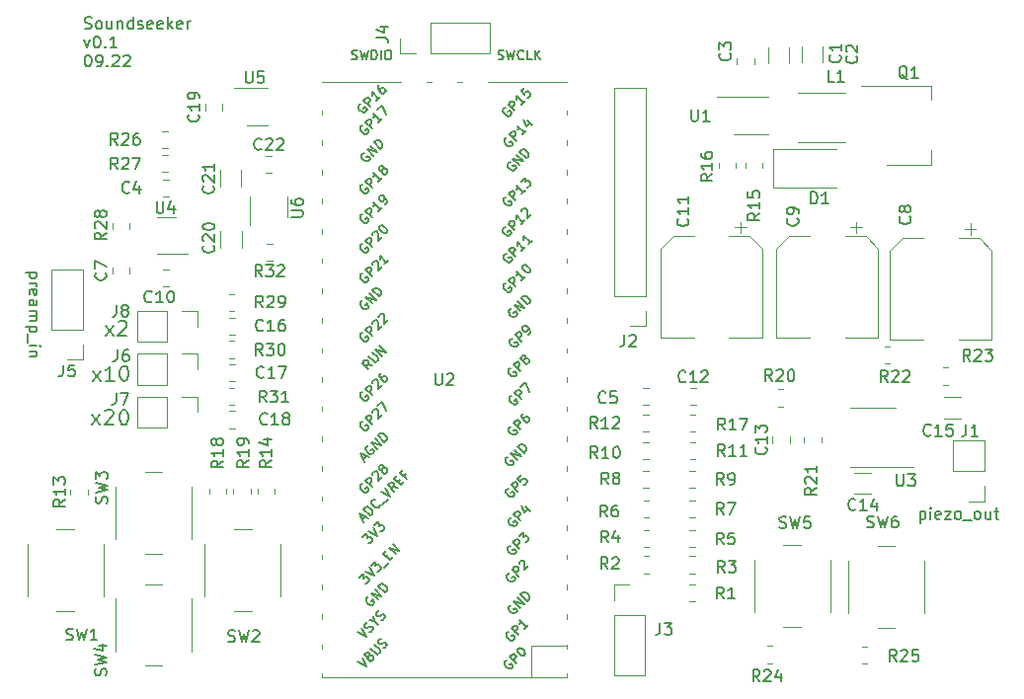
<source format=gbr>
%TF.GenerationSoftware,KiCad,Pcbnew,6.0.7-f9a2dced07~116~ubuntu20.04.1*%
%TF.CreationDate,2022-10-02T19:47:36+02:00*%
%TF.ProjectId,soundseeker,736f756e-6473-4656-956b-65722e6b6963,0.1*%
%TF.SameCoordinates,Original*%
%TF.FileFunction,Legend,Top*%
%TF.FilePolarity,Positive*%
%FSLAX46Y46*%
G04 Gerber Fmt 4.6, Leading zero omitted, Abs format (unit mm)*
G04 Created by KiCad (PCBNEW 6.0.7-f9a2dced07~116~ubuntu20.04.1) date 2022-10-02 19:47:36*
%MOMM*%
%LPD*%
G01*
G04 APERTURE LIST*
%ADD10C,0.150000*%
%ADD11C,0.200000*%
%ADD12C,0.120000*%
G04 APERTURE END LIST*
D10*
X113664285Y-89879761D02*
X112664285Y-89879761D01*
X113616666Y-89879761D02*
X113664285Y-89975000D01*
X113664285Y-90165476D01*
X113616666Y-90260714D01*
X113569047Y-90308333D01*
X113473809Y-90355952D01*
X113188095Y-90355952D01*
X113092857Y-90308333D01*
X113045238Y-90260714D01*
X112997619Y-90165476D01*
X112997619Y-89975000D01*
X113045238Y-89879761D01*
X112997619Y-90784523D02*
X113664285Y-90784523D01*
X113473809Y-90784523D02*
X113569047Y-90832142D01*
X113616666Y-90879761D01*
X113664285Y-90975000D01*
X113664285Y-91070238D01*
X113045238Y-91784523D02*
X112997619Y-91689285D01*
X112997619Y-91498809D01*
X113045238Y-91403571D01*
X113140476Y-91355952D01*
X113521428Y-91355952D01*
X113616666Y-91403571D01*
X113664285Y-91498809D01*
X113664285Y-91689285D01*
X113616666Y-91784523D01*
X113521428Y-91832142D01*
X113426190Y-91832142D01*
X113330952Y-91355952D01*
X112997619Y-92689285D02*
X113521428Y-92689285D01*
X113616666Y-92641666D01*
X113664285Y-92546428D01*
X113664285Y-92355952D01*
X113616666Y-92260714D01*
X113045238Y-92689285D02*
X112997619Y-92594047D01*
X112997619Y-92355952D01*
X113045238Y-92260714D01*
X113140476Y-92213095D01*
X113235714Y-92213095D01*
X113330952Y-92260714D01*
X113378571Y-92355952D01*
X113378571Y-92594047D01*
X113426190Y-92689285D01*
X112997619Y-93165476D02*
X113664285Y-93165476D01*
X113569047Y-93165476D02*
X113616666Y-93213095D01*
X113664285Y-93308333D01*
X113664285Y-93451190D01*
X113616666Y-93546428D01*
X113521428Y-93594047D01*
X112997619Y-93594047D01*
X113521428Y-93594047D02*
X113616666Y-93641666D01*
X113664285Y-93736904D01*
X113664285Y-93879761D01*
X113616666Y-93975000D01*
X113521428Y-94022619D01*
X112997619Y-94022619D01*
X113664285Y-94498809D02*
X112664285Y-94498809D01*
X113616666Y-94498809D02*
X113664285Y-94594047D01*
X113664285Y-94784523D01*
X113616666Y-94879761D01*
X113569047Y-94927380D01*
X113473809Y-94975000D01*
X113188095Y-94975000D01*
X113092857Y-94927380D01*
X113045238Y-94879761D01*
X112997619Y-94784523D01*
X112997619Y-94594047D01*
X113045238Y-94498809D01*
X112902380Y-95165476D02*
X112902380Y-95927380D01*
X112997619Y-96165476D02*
X113664285Y-96165476D01*
X113997619Y-96165476D02*
X113950000Y-96117857D01*
X113902380Y-96165476D01*
X113950000Y-96213095D01*
X113997619Y-96165476D01*
X113902380Y-96165476D01*
X113664285Y-96641666D02*
X112997619Y-96641666D01*
X113569047Y-96641666D02*
X113616666Y-96689285D01*
X113664285Y-96784523D01*
X113664285Y-96927380D01*
X113616666Y-97022619D01*
X113521428Y-97070238D01*
X112997619Y-97070238D01*
X189365476Y-110360714D02*
X189365476Y-111360714D01*
X189365476Y-110408333D02*
X189460714Y-110360714D01*
X189651190Y-110360714D01*
X189746428Y-110408333D01*
X189794047Y-110455952D01*
X189841666Y-110551190D01*
X189841666Y-110836904D01*
X189794047Y-110932142D01*
X189746428Y-110979761D01*
X189651190Y-111027380D01*
X189460714Y-111027380D01*
X189365476Y-110979761D01*
X190270238Y-111027380D02*
X190270238Y-110360714D01*
X190270238Y-110027380D02*
X190222619Y-110075000D01*
X190270238Y-110122619D01*
X190317857Y-110075000D01*
X190270238Y-110027380D01*
X190270238Y-110122619D01*
X191127380Y-110979761D02*
X191032142Y-111027380D01*
X190841666Y-111027380D01*
X190746428Y-110979761D01*
X190698809Y-110884523D01*
X190698809Y-110503571D01*
X190746428Y-110408333D01*
X190841666Y-110360714D01*
X191032142Y-110360714D01*
X191127380Y-110408333D01*
X191175000Y-110503571D01*
X191175000Y-110598809D01*
X190698809Y-110694047D01*
X191508333Y-110360714D02*
X192032142Y-110360714D01*
X191508333Y-111027380D01*
X192032142Y-111027380D01*
X192555952Y-111027380D02*
X192460714Y-110979761D01*
X192413095Y-110932142D01*
X192365476Y-110836904D01*
X192365476Y-110551190D01*
X192413095Y-110455952D01*
X192460714Y-110408333D01*
X192555952Y-110360714D01*
X192698809Y-110360714D01*
X192794047Y-110408333D01*
X192841666Y-110455952D01*
X192889285Y-110551190D01*
X192889285Y-110836904D01*
X192841666Y-110932142D01*
X192794047Y-110979761D01*
X192698809Y-111027380D01*
X192555952Y-111027380D01*
X193079761Y-111122619D02*
X193841666Y-111122619D01*
X194222619Y-111027380D02*
X194127380Y-110979761D01*
X194079761Y-110932142D01*
X194032142Y-110836904D01*
X194032142Y-110551190D01*
X194079761Y-110455952D01*
X194127380Y-110408333D01*
X194222619Y-110360714D01*
X194365476Y-110360714D01*
X194460714Y-110408333D01*
X194508333Y-110455952D01*
X194555952Y-110551190D01*
X194555952Y-110836904D01*
X194508333Y-110932142D01*
X194460714Y-110979761D01*
X194365476Y-111027380D01*
X194222619Y-111027380D01*
X195413095Y-110360714D02*
X195413095Y-111027380D01*
X194984523Y-110360714D02*
X194984523Y-110884523D01*
X195032142Y-110979761D01*
X195127380Y-111027380D01*
X195270238Y-111027380D01*
X195365476Y-110979761D01*
X195413095Y-110932142D01*
X195746428Y-110360714D02*
X196127380Y-110360714D01*
X195889285Y-110027380D02*
X195889285Y-110884523D01*
X195936904Y-110979761D01*
X196032142Y-111027380D01*
X196127380Y-111027380D01*
X117762976Y-68944761D02*
X117905833Y-68992380D01*
X118143928Y-68992380D01*
X118239166Y-68944761D01*
X118286785Y-68897142D01*
X118334404Y-68801904D01*
X118334404Y-68706666D01*
X118286785Y-68611428D01*
X118239166Y-68563809D01*
X118143928Y-68516190D01*
X117953452Y-68468571D01*
X117858214Y-68420952D01*
X117810595Y-68373333D01*
X117762976Y-68278095D01*
X117762976Y-68182857D01*
X117810595Y-68087619D01*
X117858214Y-68040000D01*
X117953452Y-67992380D01*
X118191547Y-67992380D01*
X118334404Y-68040000D01*
X118905833Y-68992380D02*
X118810595Y-68944761D01*
X118762976Y-68897142D01*
X118715357Y-68801904D01*
X118715357Y-68516190D01*
X118762976Y-68420952D01*
X118810595Y-68373333D01*
X118905833Y-68325714D01*
X119048690Y-68325714D01*
X119143928Y-68373333D01*
X119191547Y-68420952D01*
X119239166Y-68516190D01*
X119239166Y-68801904D01*
X119191547Y-68897142D01*
X119143928Y-68944761D01*
X119048690Y-68992380D01*
X118905833Y-68992380D01*
X120096309Y-68325714D02*
X120096309Y-68992380D01*
X119667738Y-68325714D02*
X119667738Y-68849523D01*
X119715357Y-68944761D01*
X119810595Y-68992380D01*
X119953452Y-68992380D01*
X120048690Y-68944761D01*
X120096309Y-68897142D01*
X120572500Y-68325714D02*
X120572500Y-68992380D01*
X120572500Y-68420952D02*
X120620119Y-68373333D01*
X120715357Y-68325714D01*
X120858214Y-68325714D01*
X120953452Y-68373333D01*
X121001071Y-68468571D01*
X121001071Y-68992380D01*
X121905833Y-68992380D02*
X121905833Y-67992380D01*
X121905833Y-68944761D02*
X121810595Y-68992380D01*
X121620119Y-68992380D01*
X121524880Y-68944761D01*
X121477261Y-68897142D01*
X121429642Y-68801904D01*
X121429642Y-68516190D01*
X121477261Y-68420952D01*
X121524880Y-68373333D01*
X121620119Y-68325714D01*
X121810595Y-68325714D01*
X121905833Y-68373333D01*
X122334404Y-68944761D02*
X122429642Y-68992380D01*
X122620119Y-68992380D01*
X122715357Y-68944761D01*
X122762976Y-68849523D01*
X122762976Y-68801904D01*
X122715357Y-68706666D01*
X122620119Y-68659047D01*
X122477261Y-68659047D01*
X122382023Y-68611428D01*
X122334404Y-68516190D01*
X122334404Y-68468571D01*
X122382023Y-68373333D01*
X122477261Y-68325714D01*
X122620119Y-68325714D01*
X122715357Y-68373333D01*
X123572500Y-68944761D02*
X123477261Y-68992380D01*
X123286785Y-68992380D01*
X123191547Y-68944761D01*
X123143928Y-68849523D01*
X123143928Y-68468571D01*
X123191547Y-68373333D01*
X123286785Y-68325714D01*
X123477261Y-68325714D01*
X123572500Y-68373333D01*
X123620119Y-68468571D01*
X123620119Y-68563809D01*
X123143928Y-68659047D01*
X124429642Y-68944761D02*
X124334404Y-68992380D01*
X124143928Y-68992380D01*
X124048690Y-68944761D01*
X124001071Y-68849523D01*
X124001071Y-68468571D01*
X124048690Y-68373333D01*
X124143928Y-68325714D01*
X124334404Y-68325714D01*
X124429642Y-68373333D01*
X124477261Y-68468571D01*
X124477261Y-68563809D01*
X124001071Y-68659047D01*
X124905833Y-68992380D02*
X124905833Y-67992380D01*
X125001071Y-68611428D02*
X125286785Y-68992380D01*
X125286785Y-68325714D02*
X124905833Y-68706666D01*
X126096309Y-68944761D02*
X126001071Y-68992380D01*
X125810595Y-68992380D01*
X125715357Y-68944761D01*
X125667738Y-68849523D01*
X125667738Y-68468571D01*
X125715357Y-68373333D01*
X125810595Y-68325714D01*
X126001071Y-68325714D01*
X126096309Y-68373333D01*
X126143928Y-68468571D01*
X126143928Y-68563809D01*
X125667738Y-68659047D01*
X126572500Y-68992380D02*
X126572500Y-68325714D01*
X126572500Y-68516190D02*
X126620119Y-68420952D01*
X126667738Y-68373333D01*
X126762976Y-68325714D01*
X126858214Y-68325714D01*
X117715357Y-69935714D02*
X117953452Y-70602380D01*
X118191547Y-69935714D01*
X118762976Y-69602380D02*
X118858214Y-69602380D01*
X118953452Y-69650000D01*
X119001071Y-69697619D01*
X119048690Y-69792857D01*
X119096309Y-69983333D01*
X119096309Y-70221428D01*
X119048690Y-70411904D01*
X119001071Y-70507142D01*
X118953452Y-70554761D01*
X118858214Y-70602380D01*
X118762976Y-70602380D01*
X118667738Y-70554761D01*
X118620119Y-70507142D01*
X118572500Y-70411904D01*
X118524880Y-70221428D01*
X118524880Y-69983333D01*
X118572500Y-69792857D01*
X118620119Y-69697619D01*
X118667738Y-69650000D01*
X118762976Y-69602380D01*
X119524880Y-70507142D02*
X119572500Y-70554761D01*
X119524880Y-70602380D01*
X119477261Y-70554761D01*
X119524880Y-70507142D01*
X119524880Y-70602380D01*
X120524880Y-70602380D02*
X119953452Y-70602380D01*
X120239166Y-70602380D02*
X120239166Y-69602380D01*
X120143928Y-69745238D01*
X120048690Y-69840476D01*
X119953452Y-69888095D01*
X118001071Y-71212380D02*
X118096309Y-71212380D01*
X118191547Y-71260000D01*
X118239166Y-71307619D01*
X118286785Y-71402857D01*
X118334404Y-71593333D01*
X118334404Y-71831428D01*
X118286785Y-72021904D01*
X118239166Y-72117142D01*
X118191547Y-72164761D01*
X118096309Y-72212380D01*
X118001071Y-72212380D01*
X117905833Y-72164761D01*
X117858214Y-72117142D01*
X117810595Y-72021904D01*
X117762976Y-71831428D01*
X117762976Y-71593333D01*
X117810595Y-71402857D01*
X117858214Y-71307619D01*
X117905833Y-71260000D01*
X118001071Y-71212380D01*
X118810595Y-72212380D02*
X119001071Y-72212380D01*
X119096309Y-72164761D01*
X119143928Y-72117142D01*
X119239166Y-71974285D01*
X119286785Y-71783809D01*
X119286785Y-71402857D01*
X119239166Y-71307619D01*
X119191547Y-71260000D01*
X119096309Y-71212380D01*
X118905833Y-71212380D01*
X118810595Y-71260000D01*
X118762976Y-71307619D01*
X118715357Y-71402857D01*
X118715357Y-71640952D01*
X118762976Y-71736190D01*
X118810595Y-71783809D01*
X118905833Y-71831428D01*
X119096309Y-71831428D01*
X119191547Y-71783809D01*
X119239166Y-71736190D01*
X119286785Y-71640952D01*
X119715357Y-72117142D02*
X119762976Y-72164761D01*
X119715357Y-72212380D01*
X119667738Y-72164761D01*
X119715357Y-72117142D01*
X119715357Y-72212380D01*
X120143928Y-71307619D02*
X120191547Y-71260000D01*
X120286785Y-71212380D01*
X120524880Y-71212380D01*
X120620119Y-71260000D01*
X120667738Y-71307619D01*
X120715357Y-71402857D01*
X120715357Y-71498095D01*
X120667738Y-71640952D01*
X120096309Y-72212380D01*
X120715357Y-72212380D01*
X121096309Y-71307619D02*
X121143928Y-71260000D01*
X121239166Y-71212380D01*
X121477261Y-71212380D01*
X121572500Y-71260000D01*
X121620119Y-71307619D01*
X121667738Y-71402857D01*
X121667738Y-71498095D01*
X121620119Y-71640952D01*
X121048690Y-72212380D01*
X121667738Y-72212380D01*
D11*
X118396428Y-102938095D02*
X119077380Y-102071428D01*
X118396428Y-102071428D02*
X119077380Y-102938095D01*
X119510714Y-101761904D02*
X119572619Y-101700000D01*
X119696428Y-101638095D01*
X120005952Y-101638095D01*
X120129761Y-101700000D01*
X120191666Y-101761904D01*
X120253571Y-101885714D01*
X120253571Y-102009523D01*
X120191666Y-102195238D01*
X119448809Y-102938095D01*
X120253571Y-102938095D01*
X121058333Y-101638095D02*
X121182142Y-101638095D01*
X121305952Y-101700000D01*
X121367857Y-101761904D01*
X121429761Y-101885714D01*
X121491666Y-102133333D01*
X121491666Y-102442857D01*
X121429761Y-102690476D01*
X121367857Y-102814285D01*
X121305952Y-102876190D01*
X121182142Y-102938095D01*
X121058333Y-102938095D01*
X120934523Y-102876190D01*
X120872619Y-102814285D01*
X120810714Y-102690476D01*
X120748809Y-102442857D01*
X120748809Y-102133333D01*
X120810714Y-101885714D01*
X120872619Y-101761904D01*
X120934523Y-101700000D01*
X121058333Y-101638095D01*
X118421428Y-99188095D02*
X119102380Y-98321428D01*
X118421428Y-98321428D02*
X119102380Y-99188095D01*
X120278571Y-99188095D02*
X119535714Y-99188095D01*
X119907142Y-99188095D02*
X119907142Y-97888095D01*
X119783333Y-98073809D01*
X119659523Y-98197619D01*
X119535714Y-98259523D01*
X121083333Y-97888095D02*
X121207142Y-97888095D01*
X121330952Y-97950000D01*
X121392857Y-98011904D01*
X121454761Y-98135714D01*
X121516666Y-98383333D01*
X121516666Y-98692857D01*
X121454761Y-98940476D01*
X121392857Y-99064285D01*
X121330952Y-99126190D01*
X121207142Y-99188095D01*
X121083333Y-99188095D01*
X120959523Y-99126190D01*
X120897619Y-99064285D01*
X120835714Y-98940476D01*
X120773809Y-98692857D01*
X120773809Y-98383333D01*
X120835714Y-98135714D01*
X120897619Y-98011904D01*
X120959523Y-97950000D01*
X121083333Y-97888095D01*
X119515476Y-95313095D02*
X120196428Y-94446428D01*
X119515476Y-94446428D02*
X120196428Y-95313095D01*
X120629761Y-94136904D02*
X120691666Y-94075000D01*
X120815476Y-94013095D01*
X121125000Y-94013095D01*
X121248809Y-94075000D01*
X121310714Y-94136904D01*
X121372619Y-94260714D01*
X121372619Y-94384523D01*
X121310714Y-94570238D01*
X120567857Y-95313095D01*
X121372619Y-95313095D01*
D10*
%TO.C,D1*%
X180011904Y-83977380D02*
X180011904Y-82977380D01*
X180250000Y-82977380D01*
X180392857Y-83025000D01*
X180488095Y-83120238D01*
X180535714Y-83215476D01*
X180583333Y-83405952D01*
X180583333Y-83548809D01*
X180535714Y-83739285D01*
X180488095Y-83834523D01*
X180392857Y-83929761D01*
X180250000Y-83977380D01*
X180011904Y-83977380D01*
X181535714Y-83977380D02*
X180964285Y-83977380D01*
X181250000Y-83977380D02*
X181250000Y-82977380D01*
X181154761Y-83120238D01*
X181059523Y-83215476D01*
X180964285Y-83263095D01*
%TO.C,C22*%
X132907142Y-79277142D02*
X132859523Y-79324761D01*
X132716666Y-79372380D01*
X132621428Y-79372380D01*
X132478571Y-79324761D01*
X132383333Y-79229523D01*
X132335714Y-79134285D01*
X132288095Y-78943809D01*
X132288095Y-78800952D01*
X132335714Y-78610476D01*
X132383333Y-78515238D01*
X132478571Y-78420000D01*
X132621428Y-78372380D01*
X132716666Y-78372380D01*
X132859523Y-78420000D01*
X132907142Y-78467619D01*
X133288095Y-78467619D02*
X133335714Y-78420000D01*
X133430952Y-78372380D01*
X133669047Y-78372380D01*
X133764285Y-78420000D01*
X133811904Y-78467619D01*
X133859523Y-78562857D01*
X133859523Y-78658095D01*
X133811904Y-78800952D01*
X133240476Y-79372380D01*
X133859523Y-79372380D01*
X134240476Y-78467619D02*
X134288095Y-78420000D01*
X134383333Y-78372380D01*
X134621428Y-78372380D01*
X134716666Y-78420000D01*
X134764285Y-78467619D01*
X134811904Y-78562857D01*
X134811904Y-78658095D01*
X134764285Y-78800952D01*
X134192857Y-79372380D01*
X134811904Y-79372380D01*
%TO.C,C21*%
X128757142Y-82467857D02*
X128804761Y-82515476D01*
X128852380Y-82658333D01*
X128852380Y-82753571D01*
X128804761Y-82896428D01*
X128709523Y-82991666D01*
X128614285Y-83039285D01*
X128423809Y-83086904D01*
X128280952Y-83086904D01*
X128090476Y-83039285D01*
X127995238Y-82991666D01*
X127900000Y-82896428D01*
X127852380Y-82753571D01*
X127852380Y-82658333D01*
X127900000Y-82515476D01*
X127947619Y-82467857D01*
X127947619Y-82086904D02*
X127900000Y-82039285D01*
X127852380Y-81944047D01*
X127852380Y-81705952D01*
X127900000Y-81610714D01*
X127947619Y-81563095D01*
X128042857Y-81515476D01*
X128138095Y-81515476D01*
X128280952Y-81563095D01*
X128852380Y-82134523D01*
X128852380Y-81515476D01*
X128852380Y-80563095D02*
X128852380Y-81134523D01*
X128852380Y-80848809D02*
X127852380Y-80848809D01*
X127995238Y-80944047D01*
X128090476Y-81039285D01*
X128138095Y-81134523D01*
%TO.C,C20*%
X128782142Y-87567857D02*
X128829761Y-87615476D01*
X128877380Y-87758333D01*
X128877380Y-87853571D01*
X128829761Y-87996428D01*
X128734523Y-88091666D01*
X128639285Y-88139285D01*
X128448809Y-88186904D01*
X128305952Y-88186904D01*
X128115476Y-88139285D01*
X128020238Y-88091666D01*
X127925000Y-87996428D01*
X127877380Y-87853571D01*
X127877380Y-87758333D01*
X127925000Y-87615476D01*
X127972619Y-87567857D01*
X127972619Y-87186904D02*
X127925000Y-87139285D01*
X127877380Y-87044047D01*
X127877380Y-86805952D01*
X127925000Y-86710714D01*
X127972619Y-86663095D01*
X128067857Y-86615476D01*
X128163095Y-86615476D01*
X128305952Y-86663095D01*
X128877380Y-87234523D01*
X128877380Y-86615476D01*
X127877380Y-85996428D02*
X127877380Y-85901190D01*
X127925000Y-85805952D01*
X127972619Y-85758333D01*
X128067857Y-85710714D01*
X128258333Y-85663095D01*
X128496428Y-85663095D01*
X128686904Y-85710714D01*
X128782142Y-85758333D01*
X128829761Y-85805952D01*
X128877380Y-85901190D01*
X128877380Y-85996428D01*
X128829761Y-86091666D01*
X128782142Y-86139285D01*
X128686904Y-86186904D01*
X128496428Y-86234523D01*
X128258333Y-86234523D01*
X128067857Y-86186904D01*
X127972619Y-86139285D01*
X127925000Y-86091666D01*
X127877380Y-85996428D01*
%TO.C,C19*%
X127502142Y-76342857D02*
X127549761Y-76390476D01*
X127597380Y-76533333D01*
X127597380Y-76628571D01*
X127549761Y-76771428D01*
X127454523Y-76866666D01*
X127359285Y-76914285D01*
X127168809Y-76961904D01*
X127025952Y-76961904D01*
X126835476Y-76914285D01*
X126740238Y-76866666D01*
X126645000Y-76771428D01*
X126597380Y-76628571D01*
X126597380Y-76533333D01*
X126645000Y-76390476D01*
X126692619Y-76342857D01*
X127597380Y-75390476D02*
X127597380Y-75961904D01*
X127597380Y-75676190D02*
X126597380Y-75676190D01*
X126740238Y-75771428D01*
X126835476Y-75866666D01*
X126883095Y-75961904D01*
X127597380Y-74914285D02*
X127597380Y-74723809D01*
X127549761Y-74628571D01*
X127502142Y-74580952D01*
X127359285Y-74485714D01*
X127168809Y-74438095D01*
X126787857Y-74438095D01*
X126692619Y-74485714D01*
X126645000Y-74533333D01*
X126597380Y-74628571D01*
X126597380Y-74819047D01*
X126645000Y-74914285D01*
X126692619Y-74961904D01*
X126787857Y-75009523D01*
X127025952Y-75009523D01*
X127121190Y-74961904D01*
X127168809Y-74914285D01*
X127216428Y-74819047D01*
X127216428Y-74628571D01*
X127168809Y-74533333D01*
X127121190Y-74485714D01*
X127025952Y-74438095D01*
%TO.C,C13*%
X176152142Y-104867857D02*
X176199761Y-104915476D01*
X176247380Y-105058333D01*
X176247380Y-105153571D01*
X176199761Y-105296428D01*
X176104523Y-105391666D01*
X176009285Y-105439285D01*
X175818809Y-105486904D01*
X175675952Y-105486904D01*
X175485476Y-105439285D01*
X175390238Y-105391666D01*
X175295000Y-105296428D01*
X175247380Y-105153571D01*
X175247380Y-105058333D01*
X175295000Y-104915476D01*
X175342619Y-104867857D01*
X176247380Y-103915476D02*
X176247380Y-104486904D01*
X176247380Y-104201190D02*
X175247380Y-104201190D01*
X175390238Y-104296428D01*
X175485476Y-104391666D01*
X175533095Y-104486904D01*
X175247380Y-103582142D02*
X175247380Y-102963095D01*
X175628333Y-103296428D01*
X175628333Y-103153571D01*
X175675952Y-103058333D01*
X175723571Y-103010714D01*
X175818809Y-102963095D01*
X176056904Y-102963095D01*
X176152142Y-103010714D01*
X176199761Y-103058333D01*
X176247380Y-103153571D01*
X176247380Y-103439285D01*
X176199761Y-103534523D01*
X176152142Y-103582142D01*
%TO.C,C12*%
X169282142Y-99202142D02*
X169234523Y-99249761D01*
X169091666Y-99297380D01*
X168996428Y-99297380D01*
X168853571Y-99249761D01*
X168758333Y-99154523D01*
X168710714Y-99059285D01*
X168663095Y-98868809D01*
X168663095Y-98725952D01*
X168710714Y-98535476D01*
X168758333Y-98440238D01*
X168853571Y-98345000D01*
X168996428Y-98297380D01*
X169091666Y-98297380D01*
X169234523Y-98345000D01*
X169282142Y-98392619D01*
X170234523Y-99297380D02*
X169663095Y-99297380D01*
X169948809Y-99297380D02*
X169948809Y-98297380D01*
X169853571Y-98440238D01*
X169758333Y-98535476D01*
X169663095Y-98583095D01*
X170615476Y-98392619D02*
X170663095Y-98345000D01*
X170758333Y-98297380D01*
X170996428Y-98297380D01*
X171091666Y-98345000D01*
X171139285Y-98392619D01*
X171186904Y-98487857D01*
X171186904Y-98583095D01*
X171139285Y-98725952D01*
X170567857Y-99297380D01*
X171186904Y-99297380D01*
%TO.C,C10*%
X123507142Y-92357142D02*
X123459523Y-92404761D01*
X123316666Y-92452380D01*
X123221428Y-92452380D01*
X123078571Y-92404761D01*
X122983333Y-92309523D01*
X122935714Y-92214285D01*
X122888095Y-92023809D01*
X122888095Y-91880952D01*
X122935714Y-91690476D01*
X122983333Y-91595238D01*
X123078571Y-91500000D01*
X123221428Y-91452380D01*
X123316666Y-91452380D01*
X123459523Y-91500000D01*
X123507142Y-91547619D01*
X124459523Y-92452380D02*
X123888095Y-92452380D01*
X124173809Y-92452380D02*
X124173809Y-91452380D01*
X124078571Y-91595238D01*
X123983333Y-91690476D01*
X123888095Y-91738095D01*
X125078571Y-91452380D02*
X125173809Y-91452380D01*
X125269047Y-91500000D01*
X125316666Y-91547619D01*
X125364285Y-91642857D01*
X125411904Y-91833333D01*
X125411904Y-92071428D01*
X125364285Y-92261904D01*
X125316666Y-92357142D01*
X125269047Y-92404761D01*
X125173809Y-92452380D01*
X125078571Y-92452380D01*
X124983333Y-92404761D01*
X124935714Y-92357142D01*
X124888095Y-92261904D01*
X124840476Y-92071428D01*
X124840476Y-91833333D01*
X124888095Y-91642857D01*
X124935714Y-91547619D01*
X124983333Y-91500000D01*
X125078571Y-91452380D01*
%TO.C,C4*%
X121583333Y-82982142D02*
X121535714Y-83029761D01*
X121392857Y-83077380D01*
X121297619Y-83077380D01*
X121154761Y-83029761D01*
X121059523Y-82934523D01*
X121011904Y-82839285D01*
X120964285Y-82648809D01*
X120964285Y-82505952D01*
X121011904Y-82315476D01*
X121059523Y-82220238D01*
X121154761Y-82125000D01*
X121297619Y-82077380D01*
X121392857Y-82077380D01*
X121535714Y-82125000D01*
X121583333Y-82172619D01*
X122440476Y-82410714D02*
X122440476Y-83077380D01*
X122202380Y-82029761D02*
X121964285Y-82744047D01*
X122583333Y-82744047D01*
%TO.C,C3*%
X173082142Y-71091666D02*
X173129761Y-71139285D01*
X173177380Y-71282142D01*
X173177380Y-71377380D01*
X173129761Y-71520238D01*
X173034523Y-71615476D01*
X172939285Y-71663095D01*
X172748809Y-71710714D01*
X172605952Y-71710714D01*
X172415476Y-71663095D01*
X172320238Y-71615476D01*
X172225000Y-71520238D01*
X172177380Y-71377380D01*
X172177380Y-71282142D01*
X172225000Y-71139285D01*
X172272619Y-71091666D01*
X172177380Y-70758333D02*
X172177380Y-70139285D01*
X172558333Y-70472619D01*
X172558333Y-70329761D01*
X172605952Y-70234523D01*
X172653571Y-70186904D01*
X172748809Y-70139285D01*
X172986904Y-70139285D01*
X173082142Y-70186904D01*
X173129761Y-70234523D01*
X173177380Y-70329761D01*
X173177380Y-70615476D01*
X173129761Y-70710714D01*
X173082142Y-70758333D01*
%TO.C,C2*%
X183932142Y-71316666D02*
X183979761Y-71364285D01*
X184027380Y-71507142D01*
X184027380Y-71602380D01*
X183979761Y-71745238D01*
X183884523Y-71840476D01*
X183789285Y-71888095D01*
X183598809Y-71935714D01*
X183455952Y-71935714D01*
X183265476Y-71888095D01*
X183170238Y-71840476D01*
X183075000Y-71745238D01*
X183027380Y-71602380D01*
X183027380Y-71507142D01*
X183075000Y-71364285D01*
X183122619Y-71316666D01*
X183122619Y-70935714D02*
X183075000Y-70888095D01*
X183027380Y-70792857D01*
X183027380Y-70554761D01*
X183075000Y-70459523D01*
X183122619Y-70411904D01*
X183217857Y-70364285D01*
X183313095Y-70364285D01*
X183455952Y-70411904D01*
X184027380Y-70983333D01*
X184027380Y-70364285D01*
%TO.C,C1*%
X182507142Y-71241666D02*
X182554761Y-71289285D01*
X182602380Y-71432142D01*
X182602380Y-71527380D01*
X182554761Y-71670238D01*
X182459523Y-71765476D01*
X182364285Y-71813095D01*
X182173809Y-71860714D01*
X182030952Y-71860714D01*
X181840476Y-71813095D01*
X181745238Y-71765476D01*
X181650000Y-71670238D01*
X181602380Y-71527380D01*
X181602380Y-71432142D01*
X181650000Y-71289285D01*
X181697619Y-71241666D01*
X182602380Y-70289285D02*
X182602380Y-70860714D01*
X182602380Y-70575000D02*
X181602380Y-70575000D01*
X181745238Y-70670238D01*
X181840476Y-70765476D01*
X181888095Y-70860714D01*
%TO.C,U5*%
X131563095Y-72627380D02*
X131563095Y-73436904D01*
X131610714Y-73532142D01*
X131658333Y-73579761D01*
X131753571Y-73627380D01*
X131944047Y-73627380D01*
X132039285Y-73579761D01*
X132086904Y-73532142D01*
X132134523Y-73436904D01*
X132134523Y-72627380D01*
X133086904Y-72627380D02*
X132610714Y-72627380D01*
X132563095Y-73103571D01*
X132610714Y-73055952D01*
X132705952Y-73008333D01*
X132944047Y-73008333D01*
X133039285Y-73055952D01*
X133086904Y-73103571D01*
X133134523Y-73198809D01*
X133134523Y-73436904D01*
X133086904Y-73532142D01*
X133039285Y-73579761D01*
X132944047Y-73627380D01*
X132705952Y-73627380D01*
X132610714Y-73579761D01*
X132563095Y-73532142D01*
%TO.C,C7*%
X119552142Y-89904166D02*
X119599761Y-89951785D01*
X119647380Y-90094642D01*
X119647380Y-90189880D01*
X119599761Y-90332738D01*
X119504523Y-90427976D01*
X119409285Y-90475595D01*
X119218809Y-90523214D01*
X119075952Y-90523214D01*
X118885476Y-90475595D01*
X118790238Y-90427976D01*
X118695000Y-90332738D01*
X118647380Y-90189880D01*
X118647380Y-90094642D01*
X118695000Y-89951785D01*
X118742619Y-89904166D01*
X118647380Y-89570833D02*
X118647380Y-88904166D01*
X119647380Y-89332738D01*
%TO.C,U4*%
X123925595Y-83777380D02*
X123925595Y-84586904D01*
X123973214Y-84682142D01*
X124020833Y-84729761D01*
X124116071Y-84777380D01*
X124306547Y-84777380D01*
X124401785Y-84729761D01*
X124449404Y-84682142D01*
X124497023Y-84586904D01*
X124497023Y-83777380D01*
X125401785Y-84110714D02*
X125401785Y-84777380D01*
X125163690Y-83729761D02*
X124925595Y-84444047D01*
X125544642Y-84444047D01*
%TO.C,R18*%
X129627380Y-106017857D02*
X129151190Y-106351190D01*
X129627380Y-106589285D02*
X128627380Y-106589285D01*
X128627380Y-106208333D01*
X128675000Y-106113095D01*
X128722619Y-106065476D01*
X128817857Y-106017857D01*
X128960714Y-106017857D01*
X129055952Y-106065476D01*
X129103571Y-106113095D01*
X129151190Y-106208333D01*
X129151190Y-106589285D01*
X129627380Y-105065476D02*
X129627380Y-105636904D01*
X129627380Y-105351190D02*
X128627380Y-105351190D01*
X128770238Y-105446428D01*
X128865476Y-105541666D01*
X128913095Y-105636904D01*
X129055952Y-104494047D02*
X129008333Y-104589285D01*
X128960714Y-104636904D01*
X128865476Y-104684523D01*
X128817857Y-104684523D01*
X128722619Y-104636904D01*
X128675000Y-104589285D01*
X128627380Y-104494047D01*
X128627380Y-104303571D01*
X128675000Y-104208333D01*
X128722619Y-104160714D01*
X128817857Y-104113095D01*
X128865476Y-104113095D01*
X128960714Y-104160714D01*
X129008333Y-104208333D01*
X129055952Y-104303571D01*
X129055952Y-104494047D01*
X129103571Y-104589285D01*
X129151190Y-104636904D01*
X129246428Y-104684523D01*
X129436904Y-104684523D01*
X129532142Y-104636904D01*
X129579761Y-104589285D01*
X129627380Y-104494047D01*
X129627380Y-104303571D01*
X129579761Y-104208333D01*
X129532142Y-104160714D01*
X129436904Y-104113095D01*
X129246428Y-104113095D01*
X129151190Y-104160714D01*
X129103571Y-104208333D01*
X129055952Y-104303571D01*
%TO.C,R5*%
X172533333Y-113202380D02*
X172200000Y-112726190D01*
X171961904Y-113202380D02*
X171961904Y-112202380D01*
X172342857Y-112202380D01*
X172438095Y-112250000D01*
X172485714Y-112297619D01*
X172533333Y-112392857D01*
X172533333Y-112535714D01*
X172485714Y-112630952D01*
X172438095Y-112678571D01*
X172342857Y-112726190D01*
X171961904Y-112726190D01*
X173438095Y-112202380D02*
X172961904Y-112202380D01*
X172914285Y-112678571D01*
X172961904Y-112630952D01*
X173057142Y-112583333D01*
X173295238Y-112583333D01*
X173390476Y-112630952D01*
X173438095Y-112678571D01*
X173485714Y-112773809D01*
X173485714Y-113011904D01*
X173438095Y-113107142D01*
X173390476Y-113154761D01*
X173295238Y-113202380D01*
X173057142Y-113202380D01*
X172961904Y-113154761D01*
X172914285Y-113107142D01*
%TO.C,R12*%
X161707142Y-103252380D02*
X161373809Y-102776190D01*
X161135714Y-103252380D02*
X161135714Y-102252380D01*
X161516666Y-102252380D01*
X161611904Y-102300000D01*
X161659523Y-102347619D01*
X161707142Y-102442857D01*
X161707142Y-102585714D01*
X161659523Y-102680952D01*
X161611904Y-102728571D01*
X161516666Y-102776190D01*
X161135714Y-102776190D01*
X162659523Y-103252380D02*
X162088095Y-103252380D01*
X162373809Y-103252380D02*
X162373809Y-102252380D01*
X162278571Y-102395238D01*
X162183333Y-102490476D01*
X162088095Y-102538095D01*
X163040476Y-102347619D02*
X163088095Y-102300000D01*
X163183333Y-102252380D01*
X163421428Y-102252380D01*
X163516666Y-102300000D01*
X163564285Y-102347619D01*
X163611904Y-102442857D01*
X163611904Y-102538095D01*
X163564285Y-102680952D01*
X162992857Y-103252380D01*
X163611904Y-103252380D01*
%TO.C,J1*%
X193341666Y-102902380D02*
X193341666Y-103616666D01*
X193294047Y-103759523D01*
X193198809Y-103854761D01*
X193055952Y-103902380D01*
X192960714Y-103902380D01*
X194341666Y-103902380D02*
X193770238Y-103902380D01*
X194055952Y-103902380D02*
X194055952Y-102902380D01*
X193960714Y-103045238D01*
X193865476Y-103140476D01*
X193770238Y-103188095D01*
%TO.C,C17*%
X133107142Y-98832142D02*
X133059523Y-98879761D01*
X132916666Y-98927380D01*
X132821428Y-98927380D01*
X132678571Y-98879761D01*
X132583333Y-98784523D01*
X132535714Y-98689285D01*
X132488095Y-98498809D01*
X132488095Y-98355952D01*
X132535714Y-98165476D01*
X132583333Y-98070238D01*
X132678571Y-97975000D01*
X132821428Y-97927380D01*
X132916666Y-97927380D01*
X133059523Y-97975000D01*
X133107142Y-98022619D01*
X134059523Y-98927380D02*
X133488095Y-98927380D01*
X133773809Y-98927380D02*
X133773809Y-97927380D01*
X133678571Y-98070238D01*
X133583333Y-98165476D01*
X133488095Y-98213095D01*
X134392857Y-97927380D02*
X135059523Y-97927380D01*
X134630952Y-98927380D01*
%TO.C,J4*%
X142777380Y-69733333D02*
X143491666Y-69733333D01*
X143634523Y-69780952D01*
X143729761Y-69876190D01*
X143777380Y-70019047D01*
X143777380Y-70114285D01*
X143110714Y-68828571D02*
X143777380Y-68828571D01*
X142729761Y-69066666D02*
X143444047Y-69304761D01*
X143444047Y-68685714D01*
%TO.C,R31*%
X133332142Y-101002380D02*
X132998809Y-100526190D01*
X132760714Y-101002380D02*
X132760714Y-100002380D01*
X133141666Y-100002380D01*
X133236904Y-100050000D01*
X133284523Y-100097619D01*
X133332142Y-100192857D01*
X133332142Y-100335714D01*
X133284523Y-100430952D01*
X133236904Y-100478571D01*
X133141666Y-100526190D01*
X132760714Y-100526190D01*
X133665476Y-100002380D02*
X134284523Y-100002380D01*
X133951190Y-100383333D01*
X134094047Y-100383333D01*
X134189285Y-100430952D01*
X134236904Y-100478571D01*
X134284523Y-100573809D01*
X134284523Y-100811904D01*
X134236904Y-100907142D01*
X134189285Y-100954761D01*
X134094047Y-101002380D01*
X133808333Y-101002380D01*
X133713095Y-100954761D01*
X133665476Y-100907142D01*
X135236904Y-101002380D02*
X134665476Y-101002380D01*
X134951190Y-101002380D02*
X134951190Y-100002380D01*
X134855952Y-100145238D01*
X134760714Y-100240476D01*
X134665476Y-100288095D01*
%TO.C,C15*%
X190307142Y-103807142D02*
X190259523Y-103854761D01*
X190116666Y-103902380D01*
X190021428Y-103902380D01*
X189878571Y-103854761D01*
X189783333Y-103759523D01*
X189735714Y-103664285D01*
X189688095Y-103473809D01*
X189688095Y-103330952D01*
X189735714Y-103140476D01*
X189783333Y-103045238D01*
X189878571Y-102950000D01*
X190021428Y-102902380D01*
X190116666Y-102902380D01*
X190259523Y-102950000D01*
X190307142Y-102997619D01*
X191259523Y-103902380D02*
X190688095Y-103902380D01*
X190973809Y-103902380D02*
X190973809Y-102902380D01*
X190878571Y-103045238D01*
X190783333Y-103140476D01*
X190688095Y-103188095D01*
X192164285Y-102902380D02*
X191688095Y-102902380D01*
X191640476Y-103378571D01*
X191688095Y-103330952D01*
X191783333Y-103283333D01*
X192021428Y-103283333D01*
X192116666Y-103330952D01*
X192164285Y-103378571D01*
X192211904Y-103473809D01*
X192211904Y-103711904D01*
X192164285Y-103807142D01*
X192116666Y-103854761D01*
X192021428Y-103902380D01*
X191783333Y-103902380D01*
X191688095Y-103854761D01*
X191640476Y-103807142D01*
%TO.C,U3*%
X187388095Y-107177380D02*
X187388095Y-107986904D01*
X187435714Y-108082142D01*
X187483333Y-108129761D01*
X187578571Y-108177380D01*
X187769047Y-108177380D01*
X187864285Y-108129761D01*
X187911904Y-108082142D01*
X187959523Y-107986904D01*
X187959523Y-107177380D01*
X188340476Y-107177380D02*
X188959523Y-107177380D01*
X188626190Y-107558333D01*
X188769047Y-107558333D01*
X188864285Y-107605952D01*
X188911904Y-107653571D01*
X188959523Y-107748809D01*
X188959523Y-107986904D01*
X188911904Y-108082142D01*
X188864285Y-108129761D01*
X188769047Y-108177380D01*
X188483333Y-108177380D01*
X188388095Y-108129761D01*
X188340476Y-108082142D01*
%TO.C,J8*%
X120491666Y-92652380D02*
X120491666Y-93366666D01*
X120444047Y-93509523D01*
X120348809Y-93604761D01*
X120205952Y-93652380D01*
X120110714Y-93652380D01*
X121110714Y-93080952D02*
X121015476Y-93033333D01*
X120967857Y-92985714D01*
X120920238Y-92890476D01*
X120920238Y-92842857D01*
X120967857Y-92747619D01*
X121015476Y-92700000D01*
X121110714Y-92652380D01*
X121301190Y-92652380D01*
X121396428Y-92700000D01*
X121444047Y-92747619D01*
X121491666Y-92842857D01*
X121491666Y-92890476D01*
X121444047Y-92985714D01*
X121396428Y-93033333D01*
X121301190Y-93080952D01*
X121110714Y-93080952D01*
X121015476Y-93128571D01*
X120967857Y-93176190D01*
X120920238Y-93271428D01*
X120920238Y-93461904D01*
X120967857Y-93557142D01*
X121015476Y-93604761D01*
X121110714Y-93652380D01*
X121301190Y-93652380D01*
X121396428Y-93604761D01*
X121444047Y-93557142D01*
X121491666Y-93461904D01*
X121491666Y-93271428D01*
X121444047Y-93176190D01*
X121396428Y-93128571D01*
X121301190Y-93080952D01*
%TO.C,U6*%
X135452380Y-85111904D02*
X136261904Y-85111904D01*
X136357142Y-85064285D01*
X136404761Y-85016666D01*
X136452380Y-84921428D01*
X136452380Y-84730952D01*
X136404761Y-84635714D01*
X136357142Y-84588095D01*
X136261904Y-84540476D01*
X135452380Y-84540476D01*
X135452380Y-83635714D02*
X135452380Y-83826190D01*
X135500000Y-83921428D01*
X135547619Y-83969047D01*
X135690476Y-84064285D01*
X135880952Y-84111904D01*
X136261904Y-84111904D01*
X136357142Y-84064285D01*
X136404761Y-84016666D01*
X136452380Y-83921428D01*
X136452380Y-83730952D01*
X136404761Y-83635714D01*
X136357142Y-83588095D01*
X136261904Y-83540476D01*
X136023809Y-83540476D01*
X135928571Y-83588095D01*
X135880952Y-83635714D01*
X135833333Y-83730952D01*
X135833333Y-83921428D01*
X135880952Y-84016666D01*
X135928571Y-84064285D01*
X136023809Y-84111904D01*
%TO.C,SW1*%
X116166666Y-121354761D02*
X116309523Y-121402380D01*
X116547619Y-121402380D01*
X116642857Y-121354761D01*
X116690476Y-121307142D01*
X116738095Y-121211904D01*
X116738095Y-121116666D01*
X116690476Y-121021428D01*
X116642857Y-120973809D01*
X116547619Y-120926190D01*
X116357142Y-120878571D01*
X116261904Y-120830952D01*
X116214285Y-120783333D01*
X116166666Y-120688095D01*
X116166666Y-120592857D01*
X116214285Y-120497619D01*
X116261904Y-120450000D01*
X116357142Y-120402380D01*
X116595238Y-120402380D01*
X116738095Y-120450000D01*
X117071428Y-120402380D02*
X117309523Y-121402380D01*
X117500000Y-120688095D01*
X117690476Y-121402380D01*
X117928571Y-120402380D01*
X118833333Y-121402380D02*
X118261904Y-121402380D01*
X118547619Y-121402380D02*
X118547619Y-120402380D01*
X118452380Y-120545238D01*
X118357142Y-120640476D01*
X118261904Y-120688095D01*
%TO.C,R17*%
X172657142Y-103377380D02*
X172323809Y-102901190D01*
X172085714Y-103377380D02*
X172085714Y-102377380D01*
X172466666Y-102377380D01*
X172561904Y-102425000D01*
X172609523Y-102472619D01*
X172657142Y-102567857D01*
X172657142Y-102710714D01*
X172609523Y-102805952D01*
X172561904Y-102853571D01*
X172466666Y-102901190D01*
X172085714Y-102901190D01*
X173609523Y-103377380D02*
X173038095Y-103377380D01*
X173323809Y-103377380D02*
X173323809Y-102377380D01*
X173228571Y-102520238D01*
X173133333Y-102615476D01*
X173038095Y-102663095D01*
X173942857Y-102377380D02*
X174609523Y-102377380D01*
X174180952Y-103377380D01*
%TO.C,SW6*%
X184841666Y-111704761D02*
X184984523Y-111752380D01*
X185222619Y-111752380D01*
X185317857Y-111704761D01*
X185365476Y-111657142D01*
X185413095Y-111561904D01*
X185413095Y-111466666D01*
X185365476Y-111371428D01*
X185317857Y-111323809D01*
X185222619Y-111276190D01*
X185032142Y-111228571D01*
X184936904Y-111180952D01*
X184889285Y-111133333D01*
X184841666Y-111038095D01*
X184841666Y-110942857D01*
X184889285Y-110847619D01*
X184936904Y-110800000D01*
X185032142Y-110752380D01*
X185270238Y-110752380D01*
X185413095Y-110800000D01*
X185746428Y-110752380D02*
X185984523Y-111752380D01*
X186175000Y-111038095D01*
X186365476Y-111752380D01*
X186603571Y-110752380D01*
X187413095Y-110752380D02*
X187222619Y-110752380D01*
X187127380Y-110800000D01*
X187079761Y-110847619D01*
X186984523Y-110990476D01*
X186936904Y-111180952D01*
X186936904Y-111561904D01*
X186984523Y-111657142D01*
X187032142Y-111704761D01*
X187127380Y-111752380D01*
X187317857Y-111752380D01*
X187413095Y-111704761D01*
X187460714Y-111657142D01*
X187508333Y-111561904D01*
X187508333Y-111323809D01*
X187460714Y-111228571D01*
X187413095Y-111180952D01*
X187317857Y-111133333D01*
X187127380Y-111133333D01*
X187032142Y-111180952D01*
X186984523Y-111228571D01*
X186936904Y-111323809D01*
%TO.C,R24*%
X175632142Y-124952380D02*
X175298809Y-124476190D01*
X175060714Y-124952380D02*
X175060714Y-123952380D01*
X175441666Y-123952380D01*
X175536904Y-124000000D01*
X175584523Y-124047619D01*
X175632142Y-124142857D01*
X175632142Y-124285714D01*
X175584523Y-124380952D01*
X175536904Y-124428571D01*
X175441666Y-124476190D01*
X175060714Y-124476190D01*
X176013095Y-124047619D02*
X176060714Y-124000000D01*
X176155952Y-123952380D01*
X176394047Y-123952380D01*
X176489285Y-124000000D01*
X176536904Y-124047619D01*
X176584523Y-124142857D01*
X176584523Y-124238095D01*
X176536904Y-124380952D01*
X175965476Y-124952380D01*
X176584523Y-124952380D01*
X177441666Y-124285714D02*
X177441666Y-124952380D01*
X177203571Y-123904761D02*
X176965476Y-124619047D01*
X177584523Y-124619047D01*
%TO.C,SW5*%
X177341666Y-111754761D02*
X177484523Y-111802380D01*
X177722619Y-111802380D01*
X177817857Y-111754761D01*
X177865476Y-111707142D01*
X177913095Y-111611904D01*
X177913095Y-111516666D01*
X177865476Y-111421428D01*
X177817857Y-111373809D01*
X177722619Y-111326190D01*
X177532142Y-111278571D01*
X177436904Y-111230952D01*
X177389285Y-111183333D01*
X177341666Y-111088095D01*
X177341666Y-110992857D01*
X177389285Y-110897619D01*
X177436904Y-110850000D01*
X177532142Y-110802380D01*
X177770238Y-110802380D01*
X177913095Y-110850000D01*
X178246428Y-110802380D02*
X178484523Y-111802380D01*
X178675000Y-111088095D01*
X178865476Y-111802380D01*
X179103571Y-110802380D01*
X179960714Y-110802380D02*
X179484523Y-110802380D01*
X179436904Y-111278571D01*
X179484523Y-111230952D01*
X179579761Y-111183333D01*
X179817857Y-111183333D01*
X179913095Y-111230952D01*
X179960714Y-111278571D01*
X180008333Y-111373809D01*
X180008333Y-111611904D01*
X179960714Y-111707142D01*
X179913095Y-111754761D01*
X179817857Y-111802380D01*
X179579761Y-111802380D01*
X179484523Y-111754761D01*
X179436904Y-111707142D01*
%TO.C,C14*%
X183844642Y-110182142D02*
X183797023Y-110229761D01*
X183654166Y-110277380D01*
X183558928Y-110277380D01*
X183416071Y-110229761D01*
X183320833Y-110134523D01*
X183273214Y-110039285D01*
X183225595Y-109848809D01*
X183225595Y-109705952D01*
X183273214Y-109515476D01*
X183320833Y-109420238D01*
X183416071Y-109325000D01*
X183558928Y-109277380D01*
X183654166Y-109277380D01*
X183797023Y-109325000D01*
X183844642Y-109372619D01*
X184797023Y-110277380D02*
X184225595Y-110277380D01*
X184511309Y-110277380D02*
X184511309Y-109277380D01*
X184416071Y-109420238D01*
X184320833Y-109515476D01*
X184225595Y-109563095D01*
X185654166Y-109610714D02*
X185654166Y-110277380D01*
X185416071Y-109229761D02*
X185177976Y-109944047D01*
X185797023Y-109944047D01*
%TO.C,U2*%
X147828095Y-98512380D02*
X147828095Y-99321904D01*
X147875714Y-99417142D01*
X147923333Y-99464761D01*
X148018571Y-99512380D01*
X148209047Y-99512380D01*
X148304285Y-99464761D01*
X148351904Y-99417142D01*
X148399523Y-99321904D01*
X148399523Y-98512380D01*
X148828095Y-98607619D02*
X148875714Y-98560000D01*
X148970952Y-98512380D01*
X149209047Y-98512380D01*
X149304285Y-98560000D01*
X149351904Y-98607619D01*
X149399523Y-98702857D01*
X149399523Y-98798095D01*
X149351904Y-98940952D01*
X148780476Y-99512380D01*
X149399523Y-99512380D01*
X141120473Y-120719966D02*
X141874720Y-121097089D01*
X141497597Y-120342842D01*
X142197969Y-120719966D02*
X142305719Y-120666091D01*
X142440406Y-120531404D01*
X142467343Y-120450592D01*
X142467343Y-120396717D01*
X142440406Y-120315905D01*
X142386531Y-120262030D01*
X142305719Y-120235093D01*
X142251844Y-120235093D01*
X142171032Y-120262030D01*
X142036345Y-120342842D01*
X141955532Y-120369780D01*
X141901658Y-120369780D01*
X141820845Y-120342842D01*
X141766971Y-120288967D01*
X141740033Y-120208155D01*
X141740033Y-120154280D01*
X141766971Y-120073468D01*
X141901658Y-119938781D01*
X142009407Y-119884906D01*
X142628967Y-119804094D02*
X142898341Y-120073468D01*
X142144094Y-119696345D02*
X142628967Y-119804094D01*
X142521218Y-119319221D01*
X143221590Y-119696345D02*
X143329340Y-119642470D01*
X143464027Y-119507783D01*
X143490964Y-119426971D01*
X143490964Y-119373096D01*
X143464027Y-119292284D01*
X143410152Y-119238409D01*
X143329340Y-119211471D01*
X143275465Y-119211471D01*
X143194653Y-119238409D01*
X143059966Y-119319221D01*
X142979154Y-119346158D01*
X142925279Y-119346158D01*
X142844467Y-119319221D01*
X142790592Y-119265346D01*
X142763654Y-119184534D01*
X142763654Y-119130659D01*
X142790592Y-119049847D01*
X142925279Y-118915160D01*
X143033028Y-118861285D01*
X154036158Y-105698155D02*
X153955346Y-105725093D01*
X153874534Y-105805905D01*
X153820659Y-105913654D01*
X153820659Y-106021404D01*
X153847597Y-106102216D01*
X153928409Y-106236903D01*
X154009221Y-106317715D01*
X154143908Y-106398528D01*
X154224720Y-106425465D01*
X154332470Y-106425465D01*
X154440219Y-106371590D01*
X154494094Y-106317715D01*
X154547969Y-106209966D01*
X154547969Y-106156091D01*
X154359407Y-105967529D01*
X154251658Y-106075279D01*
X154844280Y-105967529D02*
X154278595Y-105401844D01*
X155167529Y-105644280D01*
X154601844Y-105078595D01*
X155436903Y-105374906D02*
X154871218Y-104809221D01*
X155005905Y-104674534D01*
X155113654Y-104620659D01*
X155221404Y-104620659D01*
X155302216Y-104647597D01*
X155436903Y-104728409D01*
X155517715Y-104809221D01*
X155598528Y-104943908D01*
X155625465Y-105024720D01*
X155625465Y-105132470D01*
X155571590Y-105240219D01*
X155436903Y-105374906D01*
X154113096Y-120696218D02*
X154032284Y-120723155D01*
X153951471Y-120803967D01*
X153897597Y-120911717D01*
X153897597Y-121019467D01*
X153924534Y-121100279D01*
X154005346Y-121234966D01*
X154086158Y-121315778D01*
X154220845Y-121396590D01*
X154301658Y-121423528D01*
X154409407Y-121423528D01*
X154517157Y-121369653D01*
X154571032Y-121315778D01*
X154624906Y-121208028D01*
X154624906Y-121154154D01*
X154436345Y-120965592D01*
X154328595Y-121073341D01*
X154921218Y-120965592D02*
X154355532Y-120399906D01*
X154571032Y-120184407D01*
X154651844Y-120157470D01*
X154705719Y-120157470D01*
X154786531Y-120184407D01*
X154867343Y-120265219D01*
X154894280Y-120346032D01*
X154894280Y-120399906D01*
X154867343Y-120480719D01*
X154651844Y-120696218D01*
X155783215Y-120103595D02*
X155459966Y-120426844D01*
X155621590Y-120265219D02*
X155055905Y-119699534D01*
X155082842Y-119834221D01*
X155082842Y-119941971D01*
X155055905Y-120022783D01*
X154336158Y-92948155D02*
X154255346Y-92975093D01*
X154174534Y-93055905D01*
X154120659Y-93163654D01*
X154120659Y-93271404D01*
X154147597Y-93352216D01*
X154228409Y-93486903D01*
X154309221Y-93567715D01*
X154443908Y-93648528D01*
X154524720Y-93675465D01*
X154632470Y-93675465D01*
X154740219Y-93621590D01*
X154794094Y-93567715D01*
X154847969Y-93459966D01*
X154847969Y-93406091D01*
X154659407Y-93217529D01*
X154551658Y-93325279D01*
X155144280Y-93217529D02*
X154578595Y-92651844D01*
X155467529Y-92894280D01*
X154901844Y-92328595D01*
X155736903Y-92624906D02*
X155171218Y-92059221D01*
X155305905Y-91924534D01*
X155413654Y-91870659D01*
X155521404Y-91870659D01*
X155602216Y-91897597D01*
X155736903Y-91978409D01*
X155817715Y-92059221D01*
X155898528Y-92193908D01*
X155925465Y-92274720D01*
X155925465Y-92382470D01*
X155871590Y-92490219D01*
X155736903Y-92624906D01*
X141589722Y-87430592D02*
X141508910Y-87457529D01*
X141428097Y-87538341D01*
X141374223Y-87646091D01*
X141374223Y-87753841D01*
X141401160Y-87834653D01*
X141481972Y-87969340D01*
X141562784Y-88050152D01*
X141697471Y-88130964D01*
X141778284Y-88157902D01*
X141886033Y-88157902D01*
X141993783Y-88104027D01*
X142047658Y-88050152D01*
X142101532Y-87942402D01*
X142101532Y-87888528D01*
X141912971Y-87699966D01*
X141805221Y-87807715D01*
X142397844Y-87699966D02*
X141832158Y-87134280D01*
X142047658Y-86918781D01*
X142128470Y-86891844D01*
X142182345Y-86891844D01*
X142263157Y-86918781D01*
X142343969Y-86999593D01*
X142370906Y-87080406D01*
X142370906Y-87134280D01*
X142343969Y-87215093D01*
X142128470Y-87430592D01*
X142424781Y-86649407D02*
X142424781Y-86595532D01*
X142451719Y-86514720D01*
X142586406Y-86380033D01*
X142667218Y-86353096D01*
X142721093Y-86353096D01*
X142801905Y-86380033D01*
X142855780Y-86433908D01*
X142909654Y-86541658D01*
X142909654Y-87188155D01*
X143259841Y-86837969D01*
X143044341Y-85922097D02*
X143098216Y-85868223D01*
X143179028Y-85841285D01*
X143232903Y-85841285D01*
X143313715Y-85868223D01*
X143448402Y-85949035D01*
X143583089Y-86083722D01*
X143663902Y-86218409D01*
X143690839Y-86299221D01*
X143690839Y-86353096D01*
X143663902Y-86433908D01*
X143610027Y-86487783D01*
X143529215Y-86514720D01*
X143475340Y-86514720D01*
X143394528Y-86487783D01*
X143259841Y-86406971D01*
X143125154Y-86272284D01*
X143044341Y-86137597D01*
X143017404Y-86056784D01*
X143017404Y-86002910D01*
X143044341Y-85922097D01*
X154163096Y-115646218D02*
X154082284Y-115673155D01*
X154001471Y-115753967D01*
X153947597Y-115861717D01*
X153947597Y-115969467D01*
X153974534Y-116050279D01*
X154055346Y-116184966D01*
X154136158Y-116265778D01*
X154270845Y-116346590D01*
X154351658Y-116373528D01*
X154459407Y-116373528D01*
X154567157Y-116319653D01*
X154621032Y-116265778D01*
X154674906Y-116158028D01*
X154674906Y-116104154D01*
X154486345Y-115915592D01*
X154378595Y-116023341D01*
X154971218Y-115915592D02*
X154405532Y-115349906D01*
X154621032Y-115134407D01*
X154701844Y-115107470D01*
X154755719Y-115107470D01*
X154836531Y-115134407D01*
X154917343Y-115215219D01*
X154944280Y-115296032D01*
X154944280Y-115349906D01*
X154917343Y-115430719D01*
X154701844Y-115646218D01*
X154998155Y-114865033D02*
X154998155Y-114811158D01*
X155025093Y-114730346D01*
X155159780Y-114595659D01*
X155240592Y-114568722D01*
X155294467Y-114568722D01*
X155375279Y-114595659D01*
X155429154Y-114649534D01*
X155483028Y-114757284D01*
X155483028Y-115403781D01*
X155833215Y-115053595D01*
X154311158Y-118373155D02*
X154230346Y-118400093D01*
X154149534Y-118480905D01*
X154095659Y-118588654D01*
X154095659Y-118696404D01*
X154122597Y-118777216D01*
X154203409Y-118911903D01*
X154284221Y-118992715D01*
X154418908Y-119073528D01*
X154499720Y-119100465D01*
X154607470Y-119100465D01*
X154715219Y-119046590D01*
X154769094Y-118992715D01*
X154822969Y-118884966D01*
X154822969Y-118831091D01*
X154634407Y-118642529D01*
X154526658Y-118750279D01*
X155119280Y-118642529D02*
X154553595Y-118076844D01*
X155442529Y-118319280D01*
X154876844Y-117753595D01*
X155711903Y-118049906D02*
X155146218Y-117484221D01*
X155280905Y-117349534D01*
X155388654Y-117295659D01*
X155496404Y-117295659D01*
X155577216Y-117322597D01*
X155711903Y-117403409D01*
X155792715Y-117484221D01*
X155873528Y-117618908D01*
X155900465Y-117699720D01*
X155900465Y-117807470D01*
X155846590Y-117915219D01*
X155711903Y-118049906D01*
X140654761Y-71573809D02*
X140769047Y-71611904D01*
X140959523Y-71611904D01*
X141035714Y-71573809D01*
X141073809Y-71535714D01*
X141111904Y-71459523D01*
X141111904Y-71383333D01*
X141073809Y-71307142D01*
X141035714Y-71269047D01*
X140959523Y-71230952D01*
X140807142Y-71192857D01*
X140730952Y-71154761D01*
X140692857Y-71116666D01*
X140654761Y-71040476D01*
X140654761Y-70964285D01*
X140692857Y-70888095D01*
X140730952Y-70850000D01*
X140807142Y-70811904D01*
X140997619Y-70811904D01*
X141111904Y-70850000D01*
X141378571Y-70811904D02*
X141569047Y-71611904D01*
X141721428Y-71040476D01*
X141873809Y-71611904D01*
X142064285Y-70811904D01*
X142369047Y-71611904D02*
X142369047Y-70811904D01*
X142559523Y-70811904D01*
X142673809Y-70850000D01*
X142750000Y-70926190D01*
X142788095Y-71002380D01*
X142826190Y-71154761D01*
X142826190Y-71269047D01*
X142788095Y-71421428D01*
X142750000Y-71497619D01*
X142673809Y-71573809D01*
X142559523Y-71611904D01*
X142369047Y-71611904D01*
X143169047Y-71611904D02*
X143169047Y-70811904D01*
X143702380Y-70811904D02*
X143854761Y-70811904D01*
X143930952Y-70850000D01*
X144007142Y-70926190D01*
X144045238Y-71078571D01*
X144045238Y-71345238D01*
X144007142Y-71497619D01*
X143930952Y-71573809D01*
X143854761Y-71611904D01*
X143702380Y-71611904D01*
X143626190Y-71573809D01*
X143550000Y-71497619D01*
X143511904Y-71345238D01*
X143511904Y-71078571D01*
X143550000Y-70926190D01*
X143626190Y-70850000D01*
X143702380Y-70811904D01*
X141711158Y-79623155D02*
X141630346Y-79650093D01*
X141549534Y-79730905D01*
X141495659Y-79838654D01*
X141495659Y-79946404D01*
X141522597Y-80027216D01*
X141603409Y-80161903D01*
X141684221Y-80242715D01*
X141818908Y-80323528D01*
X141899720Y-80350465D01*
X142007470Y-80350465D01*
X142115219Y-80296590D01*
X142169094Y-80242715D01*
X142222969Y-80134966D01*
X142222969Y-80081091D01*
X142034407Y-79892529D01*
X141926658Y-80000279D01*
X142519280Y-79892529D02*
X141953595Y-79326844D01*
X142842529Y-79569280D01*
X142276844Y-79003595D01*
X143111903Y-79299906D02*
X142546218Y-78734221D01*
X142680905Y-78599534D01*
X142788654Y-78545659D01*
X142896404Y-78545659D01*
X142977216Y-78572597D01*
X143111903Y-78653409D01*
X143192715Y-78734221D01*
X143273528Y-78868908D01*
X143300465Y-78949720D01*
X143300465Y-79057470D01*
X143246590Y-79165219D01*
X143111903Y-79299906D01*
X141579788Y-111083773D02*
X141849162Y-110814399D01*
X141687537Y-111299272D02*
X141310414Y-110545025D01*
X142064661Y-110922149D01*
X142253223Y-110733587D02*
X141687537Y-110167902D01*
X141822224Y-110033215D01*
X141929974Y-109979340D01*
X142037723Y-109979340D01*
X142118536Y-110006277D01*
X142253223Y-110087089D01*
X142334035Y-110167902D01*
X142414847Y-110302589D01*
X142441784Y-110383401D01*
X142441784Y-110491150D01*
X142387910Y-110598900D01*
X142253223Y-110733587D01*
X143088282Y-109790778D02*
X143088282Y-109844653D01*
X143034407Y-109952402D01*
X142980532Y-110006277D01*
X142872783Y-110060152D01*
X142765033Y-110060152D01*
X142684221Y-110033215D01*
X142549534Y-109952402D01*
X142468722Y-109871590D01*
X142387910Y-109736903D01*
X142360972Y-109656091D01*
X142360972Y-109548341D01*
X142414847Y-109440592D01*
X142468722Y-109386717D01*
X142576471Y-109332842D01*
X142630346Y-109332842D01*
X143303781Y-109790778D02*
X143734780Y-109359780D01*
X143169094Y-108686345D02*
X143923341Y-109063468D01*
X143546218Y-108309221D01*
X144623714Y-108363096D02*
X144165778Y-108282284D01*
X144300465Y-108686345D02*
X143734780Y-108120659D01*
X143950279Y-107905160D01*
X144031091Y-107878223D01*
X144084966Y-107878223D01*
X144165778Y-107905160D01*
X144246590Y-107985972D01*
X144273528Y-108066784D01*
X144273528Y-108120659D01*
X144246590Y-108201471D01*
X144031091Y-108416971D01*
X144569839Y-107824348D02*
X144758401Y-107635786D01*
X145135524Y-107851285D02*
X144866150Y-108120659D01*
X144300465Y-107554974D01*
X144569839Y-107285600D01*
X145270211Y-107123975D02*
X145081650Y-107312537D01*
X145377961Y-107608849D02*
X144812276Y-107043163D01*
X145081650Y-106773789D01*
X141589722Y-89960592D02*
X141508910Y-89987529D01*
X141428097Y-90068341D01*
X141374223Y-90176091D01*
X141374223Y-90283841D01*
X141401160Y-90364653D01*
X141481972Y-90499340D01*
X141562784Y-90580152D01*
X141697471Y-90660964D01*
X141778284Y-90687902D01*
X141886033Y-90687902D01*
X141993783Y-90634027D01*
X142047658Y-90580152D01*
X142101532Y-90472402D01*
X142101532Y-90418528D01*
X141912971Y-90229966D01*
X141805221Y-90337715D01*
X142397844Y-90229966D02*
X141832158Y-89664280D01*
X142047658Y-89448781D01*
X142128470Y-89421844D01*
X142182345Y-89421844D01*
X142263157Y-89448781D01*
X142343969Y-89529593D01*
X142370906Y-89610406D01*
X142370906Y-89664280D01*
X142343969Y-89745093D01*
X142128470Y-89960592D01*
X142424781Y-89179407D02*
X142424781Y-89125532D01*
X142451719Y-89044720D01*
X142586406Y-88910033D01*
X142667218Y-88883096D01*
X142721093Y-88883096D01*
X142801905Y-88910033D01*
X142855780Y-88963908D01*
X142909654Y-89071658D01*
X142909654Y-89718155D01*
X143259841Y-89367969D01*
X143798589Y-88829221D02*
X143475340Y-89152470D01*
X143636964Y-88990845D02*
X143071279Y-88425160D01*
X143098216Y-88559847D01*
X143098216Y-88667597D01*
X143071279Y-88748409D01*
X154238096Y-113296218D02*
X154157284Y-113323155D01*
X154076471Y-113403967D01*
X154022597Y-113511717D01*
X154022597Y-113619467D01*
X154049534Y-113700279D01*
X154130346Y-113834966D01*
X154211158Y-113915778D01*
X154345845Y-113996590D01*
X154426658Y-114023528D01*
X154534407Y-114023528D01*
X154642157Y-113969653D01*
X154696032Y-113915778D01*
X154749906Y-113808028D01*
X154749906Y-113754154D01*
X154561345Y-113565592D01*
X154453595Y-113673341D01*
X155046218Y-113565592D02*
X154480532Y-112999906D01*
X154696032Y-112784407D01*
X154776844Y-112757470D01*
X154830719Y-112757470D01*
X154911531Y-112784407D01*
X154992343Y-112865219D01*
X155019280Y-112946032D01*
X155019280Y-112999906D01*
X154992343Y-113080719D01*
X154776844Y-113296218D01*
X154992343Y-112488096D02*
X155342529Y-112137910D01*
X155369467Y-112541971D01*
X155450279Y-112461158D01*
X155531091Y-112434221D01*
X155584966Y-112434221D01*
X155665778Y-112461158D01*
X155800465Y-112595845D01*
X155827402Y-112676658D01*
X155827402Y-112730532D01*
X155800465Y-112811345D01*
X155638841Y-112972969D01*
X155558028Y-112999906D01*
X155504154Y-112999906D01*
X141586158Y-92273155D02*
X141505346Y-92300093D01*
X141424534Y-92380905D01*
X141370659Y-92488654D01*
X141370659Y-92596404D01*
X141397597Y-92677216D01*
X141478409Y-92811903D01*
X141559221Y-92892715D01*
X141693908Y-92973528D01*
X141774720Y-93000465D01*
X141882470Y-93000465D01*
X141990219Y-92946590D01*
X142044094Y-92892715D01*
X142097969Y-92784966D01*
X142097969Y-92731091D01*
X141909407Y-92542529D01*
X141801658Y-92650279D01*
X142394280Y-92542529D02*
X141828595Y-91976844D01*
X142717529Y-92219280D01*
X142151844Y-91653595D01*
X142986903Y-91949906D02*
X142421218Y-91384221D01*
X142555905Y-91249534D01*
X142663654Y-91195659D01*
X142771404Y-91195659D01*
X142852216Y-91222597D01*
X142986903Y-91303409D01*
X143067715Y-91384221D01*
X143148528Y-91518908D01*
X143175465Y-91599720D01*
X143175465Y-91707470D01*
X143121590Y-91815219D01*
X142986903Y-91949906D01*
X141153129Y-123252309D02*
X141907377Y-123629433D01*
X141530253Y-122875186D01*
X142176751Y-122767436D02*
X142284500Y-122713561D01*
X142338375Y-122713561D01*
X142419187Y-122740499D01*
X142500000Y-122821311D01*
X142526937Y-122902123D01*
X142526937Y-122955998D01*
X142500000Y-123036810D01*
X142284500Y-123252309D01*
X141718815Y-122686624D01*
X141907377Y-122498062D01*
X141988189Y-122471125D01*
X142042064Y-122471125D01*
X142122876Y-122498062D01*
X142176751Y-122551937D01*
X142203688Y-122632749D01*
X142203688Y-122686624D01*
X142176751Y-122767436D01*
X141988189Y-122955998D01*
X142284500Y-122120938D02*
X142742436Y-122578874D01*
X142823248Y-122605812D01*
X142877123Y-122605812D01*
X142957935Y-122578874D01*
X143065685Y-122471125D01*
X143092622Y-122390312D01*
X143092622Y-122336438D01*
X143065685Y-122255625D01*
X142607749Y-121797690D01*
X143388934Y-122094001D02*
X143496683Y-122040126D01*
X143631370Y-121905439D01*
X143658308Y-121824627D01*
X143658308Y-121770752D01*
X143631370Y-121689940D01*
X143577496Y-121636065D01*
X143496683Y-121609128D01*
X143442809Y-121609128D01*
X143361996Y-121636065D01*
X143227309Y-121716877D01*
X143146497Y-121743815D01*
X143092622Y-121743815D01*
X143011810Y-121716877D01*
X142957935Y-121663003D01*
X142930998Y-121582190D01*
X142930998Y-121528316D01*
X142957935Y-121447503D01*
X143092622Y-121312816D01*
X143200372Y-121258942D01*
X154288096Y-98071218D02*
X154207284Y-98098155D01*
X154126471Y-98178967D01*
X154072597Y-98286717D01*
X154072597Y-98394467D01*
X154099534Y-98475279D01*
X154180346Y-98609966D01*
X154261158Y-98690778D01*
X154395845Y-98771590D01*
X154476658Y-98798528D01*
X154584407Y-98798528D01*
X154692157Y-98744653D01*
X154746032Y-98690778D01*
X154799906Y-98583028D01*
X154799906Y-98529154D01*
X154611345Y-98340592D01*
X154503595Y-98448341D01*
X155096218Y-98340592D02*
X154530532Y-97774906D01*
X154746032Y-97559407D01*
X154826844Y-97532470D01*
X154880719Y-97532470D01*
X154961531Y-97559407D01*
X155042343Y-97640219D01*
X155069280Y-97721032D01*
X155069280Y-97774906D01*
X155042343Y-97855719D01*
X154826844Y-98071218D01*
X155419467Y-97370845D02*
X155338654Y-97397783D01*
X155284780Y-97397783D01*
X155203967Y-97370845D01*
X155177030Y-97343908D01*
X155150093Y-97263096D01*
X155150093Y-97209221D01*
X155177030Y-97128409D01*
X155284780Y-97020659D01*
X155365592Y-96993722D01*
X155419467Y-96993722D01*
X155500279Y-97020659D01*
X155527216Y-97047597D01*
X155554154Y-97128409D01*
X155554154Y-97182284D01*
X155527216Y-97263096D01*
X155419467Y-97370845D01*
X155392529Y-97451658D01*
X155392529Y-97505532D01*
X155419467Y-97586345D01*
X155527216Y-97694094D01*
X155608028Y-97721032D01*
X155661903Y-97721032D01*
X155742715Y-97694094D01*
X155850465Y-97586345D01*
X155877402Y-97505532D01*
X155877402Y-97451658D01*
X155850465Y-97370845D01*
X155742715Y-97263096D01*
X155661903Y-97236158D01*
X155608028Y-97236158D01*
X155527216Y-97263096D01*
X153943722Y-78315592D02*
X153862910Y-78342529D01*
X153782097Y-78423341D01*
X153728223Y-78531091D01*
X153728223Y-78638841D01*
X153755160Y-78719653D01*
X153835972Y-78854340D01*
X153916784Y-78935152D01*
X154051471Y-79015964D01*
X154132284Y-79042902D01*
X154240033Y-79042902D01*
X154347783Y-78989027D01*
X154401658Y-78935152D01*
X154455532Y-78827402D01*
X154455532Y-78773528D01*
X154266971Y-78584966D01*
X154159221Y-78692715D01*
X154751844Y-78584966D02*
X154186158Y-78019280D01*
X154401658Y-77803781D01*
X154482470Y-77776844D01*
X154536345Y-77776844D01*
X154617157Y-77803781D01*
X154697969Y-77884593D01*
X154724906Y-77965406D01*
X154724906Y-78019280D01*
X154697969Y-78100093D01*
X154482470Y-78315592D01*
X155613841Y-77722969D02*
X155290592Y-78046218D01*
X155452216Y-77884593D02*
X154886531Y-77318908D01*
X154913468Y-77453595D01*
X154913468Y-77561345D01*
X154886531Y-77642157D01*
X155721590Y-76860972D02*
X156098714Y-77238096D01*
X155371404Y-76780160D02*
X155640778Y-77318908D01*
X155990964Y-76968722D01*
X141589722Y-108004592D02*
X141508910Y-108031529D01*
X141428097Y-108112341D01*
X141374223Y-108220091D01*
X141374223Y-108327841D01*
X141401160Y-108408653D01*
X141481972Y-108543340D01*
X141562784Y-108624152D01*
X141697471Y-108704964D01*
X141778284Y-108731902D01*
X141886033Y-108731902D01*
X141993783Y-108678027D01*
X142047658Y-108624152D01*
X142101532Y-108516402D01*
X142101532Y-108462528D01*
X141912971Y-108273966D01*
X141805221Y-108381715D01*
X142397844Y-108273966D02*
X141832158Y-107708280D01*
X142047658Y-107492781D01*
X142128470Y-107465844D01*
X142182345Y-107465844D01*
X142263157Y-107492781D01*
X142343969Y-107573593D01*
X142370906Y-107654406D01*
X142370906Y-107708280D01*
X142343969Y-107789093D01*
X142128470Y-108004592D01*
X142424781Y-107223407D02*
X142424781Y-107169532D01*
X142451719Y-107088720D01*
X142586406Y-106954033D01*
X142667218Y-106927096D01*
X142721093Y-106927096D01*
X142801905Y-106954033D01*
X142855780Y-107007908D01*
X142909654Y-107115658D01*
X142909654Y-107762155D01*
X143259841Y-107411969D01*
X143259841Y-106765471D02*
X143179028Y-106792409D01*
X143125154Y-106792409D01*
X143044341Y-106765471D01*
X143017404Y-106738534D01*
X142990467Y-106657722D01*
X142990467Y-106603847D01*
X143017404Y-106523035D01*
X143125154Y-106415285D01*
X143205966Y-106388348D01*
X143259841Y-106388348D01*
X143340653Y-106415285D01*
X143367590Y-106442223D01*
X143394528Y-106523035D01*
X143394528Y-106576910D01*
X143367590Y-106657722D01*
X143259841Y-106765471D01*
X143232903Y-106846284D01*
X143232903Y-106900158D01*
X143259841Y-106980971D01*
X143367590Y-107088720D01*
X143448402Y-107115658D01*
X143502277Y-107115658D01*
X143583089Y-107088720D01*
X143690839Y-106980971D01*
X143717776Y-106900158D01*
X143717776Y-106846284D01*
X143690839Y-106765471D01*
X143583089Y-106657722D01*
X143502277Y-106630784D01*
X143448402Y-106630784D01*
X143367590Y-106657722D01*
X154236158Y-80398155D02*
X154155346Y-80425093D01*
X154074534Y-80505905D01*
X154020659Y-80613654D01*
X154020659Y-80721404D01*
X154047597Y-80802216D01*
X154128409Y-80936903D01*
X154209221Y-81017715D01*
X154343908Y-81098528D01*
X154424720Y-81125465D01*
X154532470Y-81125465D01*
X154640219Y-81071590D01*
X154694094Y-81017715D01*
X154747969Y-80909966D01*
X154747969Y-80856091D01*
X154559407Y-80667529D01*
X154451658Y-80775279D01*
X155044280Y-80667529D02*
X154478595Y-80101844D01*
X155367529Y-80344280D01*
X154801844Y-79778595D01*
X155636903Y-80074906D02*
X155071218Y-79509221D01*
X155205905Y-79374534D01*
X155313654Y-79320659D01*
X155421404Y-79320659D01*
X155502216Y-79347597D01*
X155636903Y-79428409D01*
X155717715Y-79509221D01*
X155798528Y-79643908D01*
X155825465Y-79724720D01*
X155825465Y-79832470D01*
X155771590Y-79940219D01*
X155636903Y-80074906D01*
X154088096Y-108396218D02*
X154007284Y-108423155D01*
X153926471Y-108503967D01*
X153872597Y-108611717D01*
X153872597Y-108719467D01*
X153899534Y-108800279D01*
X153980346Y-108934966D01*
X154061158Y-109015778D01*
X154195845Y-109096590D01*
X154276658Y-109123528D01*
X154384407Y-109123528D01*
X154492157Y-109069653D01*
X154546032Y-109015778D01*
X154599906Y-108908028D01*
X154599906Y-108854154D01*
X154411345Y-108665592D01*
X154303595Y-108773341D01*
X154896218Y-108665592D02*
X154330532Y-108099906D01*
X154546032Y-107884407D01*
X154626844Y-107857470D01*
X154680719Y-107857470D01*
X154761531Y-107884407D01*
X154842343Y-107965219D01*
X154869280Y-108046032D01*
X154869280Y-108099906D01*
X154842343Y-108180719D01*
X154626844Y-108396218D01*
X155165592Y-107264847D02*
X154896218Y-107534221D01*
X155138654Y-107830532D01*
X155138654Y-107776658D01*
X155165592Y-107695845D01*
X155300279Y-107561158D01*
X155381091Y-107534221D01*
X155434966Y-107534221D01*
X155515778Y-107561158D01*
X155650465Y-107695845D01*
X155677402Y-107776658D01*
X155677402Y-107830532D01*
X155650465Y-107911345D01*
X155515778Y-108046032D01*
X155434966Y-108072969D01*
X155381091Y-108072969D01*
X141589722Y-95050592D02*
X141508910Y-95077529D01*
X141428097Y-95158341D01*
X141374223Y-95266091D01*
X141374223Y-95373841D01*
X141401160Y-95454653D01*
X141481972Y-95589340D01*
X141562784Y-95670152D01*
X141697471Y-95750964D01*
X141778284Y-95777902D01*
X141886033Y-95777902D01*
X141993783Y-95724027D01*
X142047658Y-95670152D01*
X142101532Y-95562402D01*
X142101532Y-95508528D01*
X141912971Y-95319966D01*
X141805221Y-95427715D01*
X142397844Y-95319966D02*
X141832158Y-94754280D01*
X142047658Y-94538781D01*
X142128470Y-94511844D01*
X142182345Y-94511844D01*
X142263157Y-94538781D01*
X142343969Y-94619593D01*
X142370906Y-94700406D01*
X142370906Y-94754280D01*
X142343969Y-94835093D01*
X142128470Y-95050592D01*
X142424781Y-94269407D02*
X142424781Y-94215532D01*
X142451719Y-94134720D01*
X142586406Y-94000033D01*
X142667218Y-93973096D01*
X142721093Y-93973096D01*
X142801905Y-94000033D01*
X142855780Y-94053908D01*
X142909654Y-94161658D01*
X142909654Y-94808155D01*
X143259841Y-94457969D01*
X142963529Y-93730659D02*
X142963529Y-93676784D01*
X142990467Y-93595972D01*
X143125154Y-93461285D01*
X143205966Y-93434348D01*
X143259841Y-93434348D01*
X143340653Y-93461285D01*
X143394528Y-93515160D01*
X143448402Y-93622910D01*
X143448402Y-94269407D01*
X143798589Y-93919221D01*
X153843722Y-75740592D02*
X153762910Y-75767529D01*
X153682097Y-75848341D01*
X153628223Y-75956091D01*
X153628223Y-76063841D01*
X153655160Y-76144653D01*
X153735972Y-76279340D01*
X153816784Y-76360152D01*
X153951471Y-76440964D01*
X154032284Y-76467902D01*
X154140033Y-76467902D01*
X154247783Y-76414027D01*
X154301658Y-76360152D01*
X154355532Y-76252402D01*
X154355532Y-76198528D01*
X154166971Y-76009966D01*
X154059221Y-76117715D01*
X154651844Y-76009966D02*
X154086158Y-75444280D01*
X154301658Y-75228781D01*
X154382470Y-75201844D01*
X154436345Y-75201844D01*
X154517157Y-75228781D01*
X154597969Y-75309593D01*
X154624906Y-75390406D01*
X154624906Y-75444280D01*
X154597969Y-75525093D01*
X154382470Y-75740592D01*
X155513841Y-75147969D02*
X155190592Y-75471218D01*
X155352216Y-75309593D02*
X154786531Y-74743908D01*
X154813468Y-74878595D01*
X154813468Y-74986345D01*
X154786531Y-75067157D01*
X155459966Y-74070473D02*
X155190592Y-74339847D01*
X155433028Y-74636158D01*
X155433028Y-74582284D01*
X155459966Y-74501471D01*
X155594653Y-74366784D01*
X155675465Y-74339847D01*
X155729340Y-74339847D01*
X155810152Y-74366784D01*
X155944839Y-74501471D01*
X155971776Y-74582284D01*
X155971776Y-74636158D01*
X155944839Y-74716971D01*
X155810152Y-74851658D01*
X155729340Y-74878595D01*
X155675465Y-74878595D01*
X153893722Y-88265592D02*
X153812910Y-88292529D01*
X153732097Y-88373341D01*
X153678223Y-88481091D01*
X153678223Y-88588841D01*
X153705160Y-88669653D01*
X153785972Y-88804340D01*
X153866784Y-88885152D01*
X154001471Y-88965964D01*
X154082284Y-88992902D01*
X154190033Y-88992902D01*
X154297783Y-88939027D01*
X154351658Y-88885152D01*
X154405532Y-88777402D01*
X154405532Y-88723528D01*
X154216971Y-88534966D01*
X154109221Y-88642715D01*
X154701844Y-88534966D02*
X154136158Y-87969280D01*
X154351658Y-87753781D01*
X154432470Y-87726844D01*
X154486345Y-87726844D01*
X154567157Y-87753781D01*
X154647969Y-87834593D01*
X154674906Y-87915406D01*
X154674906Y-87969280D01*
X154647969Y-88050093D01*
X154432470Y-88265592D01*
X155563841Y-87672969D02*
X155240592Y-87996218D01*
X155402216Y-87834593D02*
X154836531Y-87268908D01*
X154863468Y-87403595D01*
X154863468Y-87511345D01*
X154836531Y-87592157D01*
X156102589Y-87134221D02*
X155779340Y-87457470D01*
X155940964Y-87295845D02*
X155375279Y-86730160D01*
X155402216Y-86864847D01*
X155402216Y-86972597D01*
X155375279Y-87053409D01*
X154313096Y-103071218D02*
X154232284Y-103098155D01*
X154151471Y-103178967D01*
X154097597Y-103286717D01*
X154097597Y-103394467D01*
X154124534Y-103475279D01*
X154205346Y-103609966D01*
X154286158Y-103690778D01*
X154420845Y-103771590D01*
X154501658Y-103798528D01*
X154609407Y-103798528D01*
X154717157Y-103744653D01*
X154771032Y-103690778D01*
X154824906Y-103583028D01*
X154824906Y-103529154D01*
X154636345Y-103340592D01*
X154528595Y-103448341D01*
X155121218Y-103340592D02*
X154555532Y-102774906D01*
X154771032Y-102559407D01*
X154851844Y-102532470D01*
X154905719Y-102532470D01*
X154986531Y-102559407D01*
X155067343Y-102640219D01*
X155094280Y-102721032D01*
X155094280Y-102774906D01*
X155067343Y-102855719D01*
X154851844Y-103071218D01*
X155363654Y-101966784D02*
X155255905Y-102074534D01*
X155228967Y-102155346D01*
X155228967Y-102209221D01*
X155255905Y-102343908D01*
X155336717Y-102478595D01*
X155552216Y-102694094D01*
X155633028Y-102721032D01*
X155686903Y-102721032D01*
X155767715Y-102694094D01*
X155875465Y-102586345D01*
X155902402Y-102505532D01*
X155902402Y-102451658D01*
X155875465Y-102370845D01*
X155740778Y-102236158D01*
X155659966Y-102209221D01*
X155606091Y-102209221D01*
X155525279Y-102236158D01*
X155417529Y-102343908D01*
X155390592Y-102424720D01*
X155390592Y-102478595D01*
X155417529Y-102559407D01*
X154413096Y-95521218D02*
X154332284Y-95548155D01*
X154251471Y-95628967D01*
X154197597Y-95736717D01*
X154197597Y-95844467D01*
X154224534Y-95925279D01*
X154305346Y-96059966D01*
X154386158Y-96140778D01*
X154520845Y-96221590D01*
X154601658Y-96248528D01*
X154709407Y-96248528D01*
X154817157Y-96194653D01*
X154871032Y-96140778D01*
X154924906Y-96033028D01*
X154924906Y-95979154D01*
X154736345Y-95790592D01*
X154628595Y-95898341D01*
X155221218Y-95790592D02*
X154655532Y-95224906D01*
X154871032Y-95009407D01*
X154951844Y-94982470D01*
X155005719Y-94982470D01*
X155086531Y-95009407D01*
X155167343Y-95090219D01*
X155194280Y-95171032D01*
X155194280Y-95224906D01*
X155167343Y-95305719D01*
X154951844Y-95521218D01*
X155813841Y-95197969D02*
X155921590Y-95090219D01*
X155948528Y-95009407D01*
X155948528Y-94955532D01*
X155921590Y-94820845D01*
X155840778Y-94686158D01*
X155625279Y-94470659D01*
X155544467Y-94443722D01*
X155490592Y-94443722D01*
X155409780Y-94470659D01*
X155302030Y-94578409D01*
X155275093Y-94659221D01*
X155275093Y-94713096D01*
X155302030Y-94793908D01*
X155436717Y-94928595D01*
X155517529Y-94955532D01*
X155571404Y-94955532D01*
X155652216Y-94928595D01*
X155759966Y-94820845D01*
X155786903Y-94740033D01*
X155786903Y-94686158D01*
X155759966Y-94605346D01*
X153215476Y-71573809D02*
X153329761Y-71611904D01*
X153520238Y-71611904D01*
X153596428Y-71573809D01*
X153634523Y-71535714D01*
X153672619Y-71459523D01*
X153672619Y-71383333D01*
X153634523Y-71307142D01*
X153596428Y-71269047D01*
X153520238Y-71230952D01*
X153367857Y-71192857D01*
X153291666Y-71154761D01*
X153253571Y-71116666D01*
X153215476Y-71040476D01*
X153215476Y-70964285D01*
X153253571Y-70888095D01*
X153291666Y-70850000D01*
X153367857Y-70811904D01*
X153558333Y-70811904D01*
X153672619Y-70850000D01*
X153939285Y-70811904D02*
X154129761Y-71611904D01*
X154282142Y-71040476D01*
X154434523Y-71611904D01*
X154625000Y-70811904D01*
X155386904Y-71535714D02*
X155348809Y-71573809D01*
X155234523Y-71611904D01*
X155158333Y-71611904D01*
X155044047Y-71573809D01*
X154967857Y-71497619D01*
X154929761Y-71421428D01*
X154891666Y-71269047D01*
X154891666Y-71154761D01*
X154929761Y-71002380D01*
X154967857Y-70926190D01*
X155044047Y-70850000D01*
X155158333Y-70811904D01*
X155234523Y-70811904D01*
X155348809Y-70850000D01*
X155386904Y-70888095D01*
X156110714Y-71611904D02*
X155729761Y-71611904D01*
X155729761Y-70811904D01*
X156377380Y-71611904D02*
X156377380Y-70811904D01*
X156834523Y-71611904D02*
X156491666Y-71154761D01*
X156834523Y-70811904D02*
X156377380Y-71269047D01*
X141643597Y-105910964D02*
X141912971Y-105641590D01*
X141751346Y-106126463D02*
X141374223Y-105372216D01*
X142128470Y-105749340D01*
X142074595Y-104725719D02*
X141993783Y-104752656D01*
X141912971Y-104833468D01*
X141859096Y-104941218D01*
X141859096Y-105048967D01*
X141886033Y-105129780D01*
X141966845Y-105264467D01*
X142047658Y-105345279D01*
X142182345Y-105426091D01*
X142263157Y-105453028D01*
X142370906Y-105453028D01*
X142478656Y-105399154D01*
X142532531Y-105345279D01*
X142586406Y-105237529D01*
X142586406Y-105183654D01*
X142397844Y-104995093D01*
X142290094Y-105102842D01*
X142882717Y-104995093D02*
X142317032Y-104429407D01*
X143205966Y-104671844D01*
X142640280Y-104106158D01*
X143475340Y-104402470D02*
X142909654Y-103836784D01*
X143044341Y-103702097D01*
X143152091Y-103648223D01*
X143259841Y-103648223D01*
X143340653Y-103675160D01*
X143475340Y-103755972D01*
X143556152Y-103836784D01*
X143636964Y-103971471D01*
X143663902Y-104052284D01*
X143663902Y-104160033D01*
X143610027Y-104267783D01*
X143475340Y-104402470D01*
X153818722Y-85990592D02*
X153737910Y-86017529D01*
X153657097Y-86098341D01*
X153603223Y-86206091D01*
X153603223Y-86313841D01*
X153630160Y-86394653D01*
X153710972Y-86529340D01*
X153791784Y-86610152D01*
X153926471Y-86690964D01*
X154007284Y-86717902D01*
X154115033Y-86717902D01*
X154222783Y-86664027D01*
X154276658Y-86610152D01*
X154330532Y-86502402D01*
X154330532Y-86448528D01*
X154141971Y-86259966D01*
X154034221Y-86367715D01*
X154626844Y-86259966D02*
X154061158Y-85694280D01*
X154276658Y-85478781D01*
X154357470Y-85451844D01*
X154411345Y-85451844D01*
X154492157Y-85478781D01*
X154572969Y-85559593D01*
X154599906Y-85640406D01*
X154599906Y-85694280D01*
X154572969Y-85775093D01*
X154357470Y-85990592D01*
X155488841Y-85397969D02*
X155165592Y-85721218D01*
X155327216Y-85559593D02*
X154761531Y-84993908D01*
X154788468Y-85128595D01*
X154788468Y-85236345D01*
X154761531Y-85317157D01*
X155192529Y-84670659D02*
X155192529Y-84616784D01*
X155219467Y-84535972D01*
X155354154Y-84401285D01*
X155434966Y-84374348D01*
X155488841Y-84374348D01*
X155569653Y-84401285D01*
X155623528Y-84455160D01*
X155677402Y-84562910D01*
X155677402Y-85209407D01*
X156027589Y-84859221D01*
X153963096Y-123121218D02*
X153882284Y-123148155D01*
X153801471Y-123228967D01*
X153747597Y-123336717D01*
X153747597Y-123444467D01*
X153774534Y-123525279D01*
X153855346Y-123659966D01*
X153936158Y-123740778D01*
X154070845Y-123821590D01*
X154151658Y-123848528D01*
X154259407Y-123848528D01*
X154367157Y-123794653D01*
X154421032Y-123740778D01*
X154474906Y-123633028D01*
X154474906Y-123579154D01*
X154286345Y-123390592D01*
X154178595Y-123498341D01*
X154771218Y-123390592D02*
X154205532Y-122824906D01*
X154421032Y-122609407D01*
X154501844Y-122582470D01*
X154555719Y-122582470D01*
X154636531Y-122609407D01*
X154717343Y-122690219D01*
X154744280Y-122771032D01*
X154744280Y-122824906D01*
X154717343Y-122905719D01*
X154501844Y-123121218D01*
X154878967Y-122151471D02*
X154932842Y-122097597D01*
X155013654Y-122070659D01*
X155067529Y-122070659D01*
X155148341Y-122097597D01*
X155283028Y-122178409D01*
X155417715Y-122313096D01*
X155498528Y-122447783D01*
X155525465Y-122528595D01*
X155525465Y-122582470D01*
X155498528Y-122663282D01*
X155444653Y-122717157D01*
X155363841Y-122744094D01*
X155309966Y-122744094D01*
X155229154Y-122717157D01*
X155094467Y-122636345D01*
X154959780Y-122501658D01*
X154878967Y-122366971D01*
X154852030Y-122286158D01*
X154852030Y-122232284D01*
X154878967Y-122151471D01*
X153868722Y-90815592D02*
X153787910Y-90842529D01*
X153707097Y-90923341D01*
X153653223Y-91031091D01*
X153653223Y-91138841D01*
X153680160Y-91219653D01*
X153760972Y-91354340D01*
X153841784Y-91435152D01*
X153976471Y-91515964D01*
X154057284Y-91542902D01*
X154165033Y-91542902D01*
X154272783Y-91489027D01*
X154326658Y-91435152D01*
X154380532Y-91327402D01*
X154380532Y-91273528D01*
X154191971Y-91084966D01*
X154084221Y-91192715D01*
X154676844Y-91084966D02*
X154111158Y-90519280D01*
X154326658Y-90303781D01*
X154407470Y-90276844D01*
X154461345Y-90276844D01*
X154542157Y-90303781D01*
X154622969Y-90384593D01*
X154649906Y-90465406D01*
X154649906Y-90519280D01*
X154622969Y-90600093D01*
X154407470Y-90815592D01*
X155538841Y-90222969D02*
X155215592Y-90546218D01*
X155377216Y-90384593D02*
X154811531Y-89818908D01*
X154838468Y-89953595D01*
X154838468Y-90061345D01*
X154811531Y-90142157D01*
X155323341Y-89307097D02*
X155377216Y-89253223D01*
X155458028Y-89226285D01*
X155511903Y-89226285D01*
X155592715Y-89253223D01*
X155727402Y-89334035D01*
X155862089Y-89468722D01*
X155942902Y-89603409D01*
X155969839Y-89684221D01*
X155969839Y-89738096D01*
X155942902Y-89818908D01*
X155889027Y-89872783D01*
X155808215Y-89899720D01*
X155754340Y-89899720D01*
X155673528Y-89872783D01*
X155538841Y-89791971D01*
X155404154Y-89657284D01*
X155323341Y-89522597D01*
X155296404Y-89441784D01*
X155296404Y-89387910D01*
X155323341Y-89307097D01*
X141443722Y-75415592D02*
X141362910Y-75442529D01*
X141282097Y-75523341D01*
X141228223Y-75631091D01*
X141228223Y-75738841D01*
X141255160Y-75819653D01*
X141335972Y-75954340D01*
X141416784Y-76035152D01*
X141551471Y-76115964D01*
X141632284Y-76142902D01*
X141740033Y-76142902D01*
X141847783Y-76089027D01*
X141901658Y-76035152D01*
X141955532Y-75927402D01*
X141955532Y-75873528D01*
X141766971Y-75684966D01*
X141659221Y-75792715D01*
X142251844Y-75684966D02*
X141686158Y-75119280D01*
X141901658Y-74903781D01*
X141982470Y-74876844D01*
X142036345Y-74876844D01*
X142117157Y-74903781D01*
X142197969Y-74984593D01*
X142224906Y-75065406D01*
X142224906Y-75119280D01*
X142197969Y-75200093D01*
X141982470Y-75415592D01*
X143113841Y-74822969D02*
X142790592Y-75146218D01*
X142952216Y-74984593D02*
X142386531Y-74418908D01*
X142413468Y-74553595D01*
X142413468Y-74661345D01*
X142386531Y-74742157D01*
X143033028Y-73772410D02*
X142925279Y-73880160D01*
X142898341Y-73960972D01*
X142898341Y-74014847D01*
X142925279Y-74149534D01*
X143006091Y-74284221D01*
X143221590Y-74499720D01*
X143302402Y-74526658D01*
X143356277Y-74526658D01*
X143437089Y-74499720D01*
X143544839Y-74391971D01*
X143571776Y-74311158D01*
X143571776Y-74257284D01*
X143544839Y-74176471D01*
X143410152Y-74041784D01*
X143329340Y-74014847D01*
X143275465Y-74014847D01*
X143194653Y-74041784D01*
X143086903Y-74149534D01*
X143059966Y-74230346D01*
X143059966Y-74284221D01*
X143086903Y-74365033D01*
X141589722Y-102660592D02*
X141508910Y-102687529D01*
X141428097Y-102768341D01*
X141374223Y-102876091D01*
X141374223Y-102983841D01*
X141401160Y-103064653D01*
X141481972Y-103199340D01*
X141562784Y-103280152D01*
X141697471Y-103360964D01*
X141778284Y-103387902D01*
X141886033Y-103387902D01*
X141993783Y-103334027D01*
X142047658Y-103280152D01*
X142101532Y-103172402D01*
X142101532Y-103118528D01*
X141912971Y-102929966D01*
X141805221Y-103037715D01*
X142397844Y-102929966D02*
X141832158Y-102364280D01*
X142047658Y-102148781D01*
X142128470Y-102121844D01*
X142182345Y-102121844D01*
X142263157Y-102148781D01*
X142343969Y-102229593D01*
X142370906Y-102310406D01*
X142370906Y-102364280D01*
X142343969Y-102445093D01*
X142128470Y-102660592D01*
X142424781Y-101879407D02*
X142424781Y-101825532D01*
X142451719Y-101744720D01*
X142586406Y-101610033D01*
X142667218Y-101583096D01*
X142721093Y-101583096D01*
X142801905Y-101610033D01*
X142855780Y-101663908D01*
X142909654Y-101771658D01*
X142909654Y-102418155D01*
X143259841Y-102067969D01*
X142882717Y-101313722D02*
X143259841Y-100936598D01*
X143583089Y-101744720D01*
X141589722Y-77270592D02*
X141508910Y-77297529D01*
X141428097Y-77378341D01*
X141374223Y-77486091D01*
X141374223Y-77593841D01*
X141401160Y-77674653D01*
X141481972Y-77809340D01*
X141562784Y-77890152D01*
X141697471Y-77970964D01*
X141778284Y-77997902D01*
X141886033Y-77997902D01*
X141993783Y-77944027D01*
X142047658Y-77890152D01*
X142101532Y-77782402D01*
X142101532Y-77728528D01*
X141912971Y-77539966D01*
X141805221Y-77647715D01*
X142397844Y-77539966D02*
X141832158Y-76974280D01*
X142047658Y-76758781D01*
X142128470Y-76731844D01*
X142182345Y-76731844D01*
X142263157Y-76758781D01*
X142343969Y-76839593D01*
X142370906Y-76920406D01*
X142370906Y-76974280D01*
X142343969Y-77055093D01*
X142128470Y-77270592D01*
X143259841Y-76677969D02*
X142936592Y-77001218D01*
X143098216Y-76839593D02*
X142532531Y-76273908D01*
X142559468Y-76408595D01*
X142559468Y-76516345D01*
X142532531Y-76597157D01*
X142882717Y-75923722D02*
X143259841Y-75546598D01*
X143583089Y-76354720D01*
X153868722Y-83415592D02*
X153787910Y-83442529D01*
X153707097Y-83523341D01*
X153653223Y-83631091D01*
X153653223Y-83738841D01*
X153680160Y-83819653D01*
X153760972Y-83954340D01*
X153841784Y-84035152D01*
X153976471Y-84115964D01*
X154057284Y-84142902D01*
X154165033Y-84142902D01*
X154272783Y-84089027D01*
X154326658Y-84035152D01*
X154380532Y-83927402D01*
X154380532Y-83873528D01*
X154191971Y-83684966D01*
X154084221Y-83792715D01*
X154676844Y-83684966D02*
X154111158Y-83119280D01*
X154326658Y-82903781D01*
X154407470Y-82876844D01*
X154461345Y-82876844D01*
X154542157Y-82903781D01*
X154622969Y-82984593D01*
X154649906Y-83065406D01*
X154649906Y-83119280D01*
X154622969Y-83200093D01*
X154407470Y-83415592D01*
X155538841Y-82822969D02*
X155215592Y-83146218D01*
X155377216Y-82984593D02*
X154811531Y-82418908D01*
X154838468Y-82553595D01*
X154838468Y-82661345D01*
X154811531Y-82742157D01*
X155161717Y-82068722D02*
X155511903Y-81718536D01*
X155538841Y-82122597D01*
X155619653Y-82041784D01*
X155700465Y-82014847D01*
X155754340Y-82014847D01*
X155835152Y-82041784D01*
X155969839Y-82176471D01*
X155996776Y-82257284D01*
X155996776Y-82311158D01*
X155969839Y-82391971D01*
X155808215Y-82553595D01*
X155727402Y-82580532D01*
X155673528Y-82580532D01*
X142086158Y-117668155D02*
X142005346Y-117695093D01*
X141924534Y-117775905D01*
X141870659Y-117883654D01*
X141870659Y-117991404D01*
X141897597Y-118072216D01*
X141978409Y-118206903D01*
X142059221Y-118287715D01*
X142193908Y-118368528D01*
X142274720Y-118395465D01*
X142382470Y-118395465D01*
X142490219Y-118341590D01*
X142544094Y-118287715D01*
X142597969Y-118179966D01*
X142597969Y-118126091D01*
X142409407Y-117937529D01*
X142301658Y-118045279D01*
X142894280Y-117937529D02*
X142328595Y-117371844D01*
X143217529Y-117614280D01*
X142651844Y-117048595D01*
X143486903Y-117344906D02*
X142921218Y-116779221D01*
X143055905Y-116644534D01*
X143163654Y-116590659D01*
X143271404Y-116590659D01*
X143352216Y-116617597D01*
X143486903Y-116698409D01*
X143567715Y-116779221D01*
X143648528Y-116913908D01*
X143675465Y-116994720D01*
X143675465Y-117102470D01*
X143621590Y-117210219D01*
X143486903Y-117344906D01*
X141589722Y-84890592D02*
X141508910Y-84917529D01*
X141428097Y-84998341D01*
X141374223Y-85106091D01*
X141374223Y-85213841D01*
X141401160Y-85294653D01*
X141481972Y-85429340D01*
X141562784Y-85510152D01*
X141697471Y-85590964D01*
X141778284Y-85617902D01*
X141886033Y-85617902D01*
X141993783Y-85564027D01*
X142047658Y-85510152D01*
X142101532Y-85402402D01*
X142101532Y-85348528D01*
X141912971Y-85159966D01*
X141805221Y-85267715D01*
X142397844Y-85159966D02*
X141832158Y-84594280D01*
X142047658Y-84378781D01*
X142128470Y-84351844D01*
X142182345Y-84351844D01*
X142263157Y-84378781D01*
X142343969Y-84459593D01*
X142370906Y-84540406D01*
X142370906Y-84594280D01*
X142343969Y-84675093D01*
X142128470Y-84890592D01*
X143259841Y-84297969D02*
X142936592Y-84621218D01*
X143098216Y-84459593D02*
X142532531Y-83893908D01*
X142559468Y-84028595D01*
X142559468Y-84136345D01*
X142532531Y-84217157D01*
X143529215Y-84028595D02*
X143636964Y-83920845D01*
X143663902Y-83840033D01*
X143663902Y-83786158D01*
X143636964Y-83651471D01*
X143556152Y-83516784D01*
X143340653Y-83301285D01*
X143259841Y-83274348D01*
X143205966Y-83274348D01*
X143125154Y-83301285D01*
X143017404Y-83409035D01*
X142990467Y-83489847D01*
X142990467Y-83543722D01*
X143017404Y-83624534D01*
X143152091Y-83759221D01*
X143232903Y-83786158D01*
X143286778Y-83786158D01*
X143367590Y-83759221D01*
X143475340Y-83651471D01*
X143502277Y-83570659D01*
X143502277Y-83516784D01*
X143475340Y-83435972D01*
X142438375Y-97873435D02*
X141980439Y-97792622D01*
X142115126Y-98196683D02*
X141549441Y-97630998D01*
X141764940Y-97415499D01*
X141845752Y-97388561D01*
X141899627Y-97388561D01*
X141980439Y-97415499D01*
X142061251Y-97496311D01*
X142088189Y-97577123D01*
X142088189Y-97630998D01*
X142061251Y-97711810D01*
X141845752Y-97927309D01*
X142115126Y-97065312D02*
X142573062Y-97523248D01*
X142653874Y-97550186D01*
X142707749Y-97550186D01*
X142788561Y-97523248D01*
X142896311Y-97415499D01*
X142923248Y-97334687D01*
X142923248Y-97280812D01*
X142896311Y-97199999D01*
X142438375Y-96742064D01*
X143273435Y-97038375D02*
X142707749Y-96472690D01*
X143596683Y-96715126D01*
X143030998Y-96149441D01*
X141589722Y-100130592D02*
X141508910Y-100157529D01*
X141428097Y-100238341D01*
X141374223Y-100346091D01*
X141374223Y-100453841D01*
X141401160Y-100534653D01*
X141481972Y-100669340D01*
X141562784Y-100750152D01*
X141697471Y-100830964D01*
X141778284Y-100857902D01*
X141886033Y-100857902D01*
X141993783Y-100804027D01*
X142047658Y-100750152D01*
X142101532Y-100642402D01*
X142101532Y-100588528D01*
X141912971Y-100399966D01*
X141805221Y-100507715D01*
X142397844Y-100399966D02*
X141832158Y-99834280D01*
X142047658Y-99618781D01*
X142128470Y-99591844D01*
X142182345Y-99591844D01*
X142263157Y-99618781D01*
X142343969Y-99699593D01*
X142370906Y-99780406D01*
X142370906Y-99834280D01*
X142343969Y-99915093D01*
X142128470Y-100130592D01*
X142424781Y-99349407D02*
X142424781Y-99295532D01*
X142451719Y-99214720D01*
X142586406Y-99080033D01*
X142667218Y-99053096D01*
X142721093Y-99053096D01*
X142801905Y-99080033D01*
X142855780Y-99133908D01*
X142909654Y-99241658D01*
X142909654Y-99888155D01*
X143259841Y-99537969D01*
X143179028Y-98487410D02*
X143071279Y-98595160D01*
X143044341Y-98675972D01*
X143044341Y-98729847D01*
X143071279Y-98864534D01*
X143152091Y-98999221D01*
X143367590Y-99214720D01*
X143448402Y-99241658D01*
X143502277Y-99241658D01*
X143583089Y-99214720D01*
X143690839Y-99106971D01*
X143717776Y-99026158D01*
X143717776Y-98972284D01*
X143690839Y-98891471D01*
X143556152Y-98756784D01*
X143475340Y-98729847D01*
X143421465Y-98729847D01*
X143340653Y-98756784D01*
X143232903Y-98864534D01*
X143205966Y-98945346D01*
X143205966Y-98999221D01*
X143232903Y-99080033D01*
X154313096Y-110896218D02*
X154232284Y-110923155D01*
X154151471Y-111003967D01*
X154097597Y-111111717D01*
X154097597Y-111219467D01*
X154124534Y-111300279D01*
X154205346Y-111434966D01*
X154286158Y-111515778D01*
X154420845Y-111596590D01*
X154501658Y-111623528D01*
X154609407Y-111623528D01*
X154717157Y-111569653D01*
X154771032Y-111515778D01*
X154824906Y-111408028D01*
X154824906Y-111354154D01*
X154636345Y-111165592D01*
X154528595Y-111273341D01*
X155121218Y-111165592D02*
X154555532Y-110599906D01*
X154771032Y-110384407D01*
X154851844Y-110357470D01*
X154905719Y-110357470D01*
X154986531Y-110384407D01*
X155067343Y-110465219D01*
X155094280Y-110546032D01*
X155094280Y-110599906D01*
X155067343Y-110680719D01*
X154851844Y-110896218D01*
X155552216Y-109980346D02*
X155929340Y-110357470D01*
X155202030Y-109899534D02*
X155471404Y-110438282D01*
X155821590Y-110088096D01*
X141589722Y-82350592D02*
X141508910Y-82377529D01*
X141428097Y-82458341D01*
X141374223Y-82566091D01*
X141374223Y-82673841D01*
X141401160Y-82754653D01*
X141481972Y-82889340D01*
X141562784Y-82970152D01*
X141697471Y-83050964D01*
X141778284Y-83077902D01*
X141886033Y-83077902D01*
X141993783Y-83024027D01*
X142047658Y-82970152D01*
X142101532Y-82862402D01*
X142101532Y-82808528D01*
X141912971Y-82619966D01*
X141805221Y-82727715D01*
X142397844Y-82619966D02*
X141832158Y-82054280D01*
X142047658Y-81838781D01*
X142128470Y-81811844D01*
X142182345Y-81811844D01*
X142263157Y-81838781D01*
X142343969Y-81919593D01*
X142370906Y-82000406D01*
X142370906Y-82054280D01*
X142343969Y-82135093D01*
X142128470Y-82350592D01*
X143259841Y-81757969D02*
X142936592Y-82081218D01*
X143098216Y-81919593D02*
X142532531Y-81353908D01*
X142559468Y-81488595D01*
X142559468Y-81596345D01*
X142532531Y-81677157D01*
X143259841Y-81111471D02*
X143179028Y-81138409D01*
X143125154Y-81138409D01*
X143044341Y-81111471D01*
X143017404Y-81084534D01*
X142990467Y-81003722D01*
X142990467Y-80949847D01*
X143017404Y-80869035D01*
X143125154Y-80761285D01*
X143205966Y-80734348D01*
X143259841Y-80734348D01*
X143340653Y-80761285D01*
X143367590Y-80788223D01*
X143394528Y-80869035D01*
X143394528Y-80922910D01*
X143367590Y-81003722D01*
X143259841Y-81111471D01*
X143232903Y-81192284D01*
X143232903Y-81246158D01*
X143259841Y-81326971D01*
X143367590Y-81434720D01*
X143448402Y-81461658D01*
X143502277Y-81461658D01*
X143583089Y-81434720D01*
X143690839Y-81326971D01*
X143717776Y-81246158D01*
X143717776Y-81192284D01*
X143690839Y-81111471D01*
X143583089Y-81003722D01*
X143502277Y-80976784D01*
X143448402Y-80976784D01*
X143367590Y-81003722D01*
X141297131Y-116033308D02*
X141647317Y-115683122D01*
X141674255Y-116087183D01*
X141755067Y-116006370D01*
X141835879Y-115979433D01*
X141889754Y-115979433D01*
X141970566Y-116006370D01*
X142105253Y-116141057D01*
X142132190Y-116221870D01*
X142132190Y-116275744D01*
X142105253Y-116356557D01*
X141943629Y-116518181D01*
X141862816Y-116545118D01*
X141808942Y-116545118D01*
X141808942Y-115521497D02*
X142563189Y-115898621D01*
X142186065Y-115144374D01*
X142320752Y-115009687D02*
X142670938Y-114659500D01*
X142697876Y-115063561D01*
X142778688Y-114982749D01*
X142859500Y-114955812D01*
X142913375Y-114955812D01*
X142994187Y-114982749D01*
X143128874Y-115117436D01*
X143155812Y-115198248D01*
X143155812Y-115252123D01*
X143128874Y-115332935D01*
X142967250Y-115494560D01*
X142886438Y-115521497D01*
X142832563Y-115521497D01*
X143398248Y-115171311D02*
X143829247Y-114740312D01*
X143613748Y-114255439D02*
X143802309Y-114066877D01*
X144179433Y-114282377D02*
X143910059Y-114551751D01*
X143344374Y-113986065D01*
X143613748Y-113716691D01*
X144421870Y-114039940D02*
X143856184Y-113474255D01*
X144745118Y-113716691D01*
X144179433Y-113151006D01*
X141589847Y-112590592D02*
X141940033Y-112240406D01*
X141966971Y-112644467D01*
X142047783Y-112563654D01*
X142128595Y-112536717D01*
X142182470Y-112536717D01*
X142263282Y-112563654D01*
X142397969Y-112698341D01*
X142424906Y-112779154D01*
X142424906Y-112833028D01*
X142397969Y-112913841D01*
X142236345Y-113075465D01*
X142155532Y-113102402D01*
X142101658Y-113102402D01*
X142101658Y-112078781D02*
X142855905Y-112455905D01*
X142478781Y-111701658D01*
X142613468Y-111566971D02*
X142963654Y-111216784D01*
X142990592Y-111620845D01*
X143071404Y-111540033D01*
X143152216Y-111513096D01*
X143206091Y-111513096D01*
X143286903Y-111540033D01*
X143421590Y-111674720D01*
X143448528Y-111755532D01*
X143448528Y-111809407D01*
X143421590Y-111890219D01*
X143259966Y-112051844D01*
X143179154Y-112078781D01*
X143125279Y-112078781D01*
X154388096Y-100471218D02*
X154307284Y-100498155D01*
X154226471Y-100578967D01*
X154172597Y-100686717D01*
X154172597Y-100794467D01*
X154199534Y-100875279D01*
X154280346Y-101009966D01*
X154361158Y-101090778D01*
X154495845Y-101171590D01*
X154576658Y-101198528D01*
X154684407Y-101198528D01*
X154792157Y-101144653D01*
X154846032Y-101090778D01*
X154899906Y-100983028D01*
X154899906Y-100929154D01*
X154711345Y-100740592D01*
X154603595Y-100848341D01*
X155196218Y-100740592D02*
X154630532Y-100174906D01*
X154846032Y-99959407D01*
X154926844Y-99932470D01*
X154980719Y-99932470D01*
X155061531Y-99959407D01*
X155142343Y-100040219D01*
X155169280Y-100121032D01*
X155169280Y-100174906D01*
X155142343Y-100255719D01*
X154926844Y-100471218D01*
X155142343Y-99663096D02*
X155519467Y-99285972D01*
X155842715Y-100094094D01*
%TO.C,R9*%
X172558333Y-108077380D02*
X172225000Y-107601190D01*
X171986904Y-108077380D02*
X171986904Y-107077380D01*
X172367857Y-107077380D01*
X172463095Y-107125000D01*
X172510714Y-107172619D01*
X172558333Y-107267857D01*
X172558333Y-107410714D01*
X172510714Y-107505952D01*
X172463095Y-107553571D01*
X172367857Y-107601190D01*
X171986904Y-107601190D01*
X173034523Y-108077380D02*
X173225000Y-108077380D01*
X173320238Y-108029761D01*
X173367857Y-107982142D01*
X173463095Y-107839285D01*
X173510714Y-107648809D01*
X173510714Y-107267857D01*
X173463095Y-107172619D01*
X173415476Y-107125000D01*
X173320238Y-107077380D01*
X173129761Y-107077380D01*
X173034523Y-107125000D01*
X172986904Y-107172619D01*
X172939285Y-107267857D01*
X172939285Y-107505952D01*
X172986904Y-107601190D01*
X173034523Y-107648809D01*
X173129761Y-107696428D01*
X173320238Y-107696428D01*
X173415476Y-107648809D01*
X173463095Y-107601190D01*
X173510714Y-107505952D01*
%TO.C,R20*%
X176707142Y-99202380D02*
X176373809Y-98726190D01*
X176135714Y-99202380D02*
X176135714Y-98202380D01*
X176516666Y-98202380D01*
X176611904Y-98250000D01*
X176659523Y-98297619D01*
X176707142Y-98392857D01*
X176707142Y-98535714D01*
X176659523Y-98630952D01*
X176611904Y-98678571D01*
X176516666Y-98726190D01*
X176135714Y-98726190D01*
X177088095Y-98297619D02*
X177135714Y-98250000D01*
X177230952Y-98202380D01*
X177469047Y-98202380D01*
X177564285Y-98250000D01*
X177611904Y-98297619D01*
X177659523Y-98392857D01*
X177659523Y-98488095D01*
X177611904Y-98630952D01*
X177040476Y-99202380D01*
X177659523Y-99202380D01*
X178278571Y-98202380D02*
X178373809Y-98202380D01*
X178469047Y-98250000D01*
X178516666Y-98297619D01*
X178564285Y-98392857D01*
X178611904Y-98583333D01*
X178611904Y-98821428D01*
X178564285Y-99011904D01*
X178516666Y-99107142D01*
X178469047Y-99154761D01*
X178373809Y-99202380D01*
X178278571Y-99202380D01*
X178183333Y-99154761D01*
X178135714Y-99107142D01*
X178088095Y-99011904D01*
X178040476Y-98821428D01*
X178040476Y-98583333D01*
X178088095Y-98392857D01*
X178135714Y-98297619D01*
X178183333Y-98250000D01*
X178278571Y-98202380D01*
%TO.C,C16*%
X133057142Y-94807142D02*
X133009523Y-94854761D01*
X132866666Y-94902380D01*
X132771428Y-94902380D01*
X132628571Y-94854761D01*
X132533333Y-94759523D01*
X132485714Y-94664285D01*
X132438095Y-94473809D01*
X132438095Y-94330952D01*
X132485714Y-94140476D01*
X132533333Y-94045238D01*
X132628571Y-93950000D01*
X132771428Y-93902380D01*
X132866666Y-93902380D01*
X133009523Y-93950000D01*
X133057142Y-93997619D01*
X134009523Y-94902380D02*
X133438095Y-94902380D01*
X133723809Y-94902380D02*
X133723809Y-93902380D01*
X133628571Y-94045238D01*
X133533333Y-94140476D01*
X133438095Y-94188095D01*
X134866666Y-93902380D02*
X134676190Y-93902380D01*
X134580952Y-93950000D01*
X134533333Y-93997619D01*
X134438095Y-94140476D01*
X134390476Y-94330952D01*
X134390476Y-94711904D01*
X134438095Y-94807142D01*
X134485714Y-94854761D01*
X134580952Y-94902380D01*
X134771428Y-94902380D01*
X134866666Y-94854761D01*
X134914285Y-94807142D01*
X134961904Y-94711904D01*
X134961904Y-94473809D01*
X134914285Y-94378571D01*
X134866666Y-94330952D01*
X134771428Y-94283333D01*
X134580952Y-94283333D01*
X134485714Y-94330952D01*
X134438095Y-94378571D01*
X134390476Y-94473809D01*
%TO.C,R7*%
X172533333Y-110627380D02*
X172200000Y-110151190D01*
X171961904Y-110627380D02*
X171961904Y-109627380D01*
X172342857Y-109627380D01*
X172438095Y-109675000D01*
X172485714Y-109722619D01*
X172533333Y-109817857D01*
X172533333Y-109960714D01*
X172485714Y-110055952D01*
X172438095Y-110103571D01*
X172342857Y-110151190D01*
X171961904Y-110151190D01*
X172866666Y-109627380D02*
X173533333Y-109627380D01*
X173104761Y-110627380D01*
%TO.C,Q1*%
X188304761Y-73297619D02*
X188209523Y-73250000D01*
X188114285Y-73154761D01*
X187971428Y-73011904D01*
X187876190Y-72964285D01*
X187780952Y-72964285D01*
X187828571Y-73202380D02*
X187733333Y-73154761D01*
X187638095Y-73059523D01*
X187590476Y-72869047D01*
X187590476Y-72535714D01*
X187638095Y-72345238D01*
X187733333Y-72250000D01*
X187828571Y-72202380D01*
X188019047Y-72202380D01*
X188114285Y-72250000D01*
X188209523Y-72345238D01*
X188257142Y-72535714D01*
X188257142Y-72869047D01*
X188209523Y-73059523D01*
X188114285Y-73154761D01*
X188019047Y-73202380D01*
X187828571Y-73202380D01*
X189209523Y-73202380D02*
X188638095Y-73202380D01*
X188923809Y-73202380D02*
X188923809Y-72202380D01*
X188828571Y-72345238D01*
X188733333Y-72440476D01*
X188638095Y-72488095D01*
%TO.C,SW4*%
X119579761Y-124433333D02*
X119627380Y-124290476D01*
X119627380Y-124052380D01*
X119579761Y-123957142D01*
X119532142Y-123909523D01*
X119436904Y-123861904D01*
X119341666Y-123861904D01*
X119246428Y-123909523D01*
X119198809Y-123957142D01*
X119151190Y-124052380D01*
X119103571Y-124242857D01*
X119055952Y-124338095D01*
X119008333Y-124385714D01*
X118913095Y-124433333D01*
X118817857Y-124433333D01*
X118722619Y-124385714D01*
X118675000Y-124338095D01*
X118627380Y-124242857D01*
X118627380Y-124004761D01*
X118675000Y-123861904D01*
X118627380Y-123528571D02*
X119627380Y-123290476D01*
X118913095Y-123100000D01*
X119627380Y-122909523D01*
X118627380Y-122671428D01*
X118960714Y-121861904D02*
X119627380Y-121861904D01*
X118579761Y-122100000D02*
X119294047Y-122338095D01*
X119294047Y-121719047D01*
%TO.C,R28*%
X119602380Y-86467857D02*
X119126190Y-86801190D01*
X119602380Y-87039285D02*
X118602380Y-87039285D01*
X118602380Y-86658333D01*
X118650000Y-86563095D01*
X118697619Y-86515476D01*
X118792857Y-86467857D01*
X118935714Y-86467857D01*
X119030952Y-86515476D01*
X119078571Y-86563095D01*
X119126190Y-86658333D01*
X119126190Y-87039285D01*
X118697619Y-86086904D02*
X118650000Y-86039285D01*
X118602380Y-85944047D01*
X118602380Y-85705952D01*
X118650000Y-85610714D01*
X118697619Y-85563095D01*
X118792857Y-85515476D01*
X118888095Y-85515476D01*
X119030952Y-85563095D01*
X119602380Y-86134523D01*
X119602380Y-85515476D01*
X119030952Y-84944047D02*
X118983333Y-85039285D01*
X118935714Y-85086904D01*
X118840476Y-85134523D01*
X118792857Y-85134523D01*
X118697619Y-85086904D01*
X118650000Y-85039285D01*
X118602380Y-84944047D01*
X118602380Y-84753571D01*
X118650000Y-84658333D01*
X118697619Y-84610714D01*
X118792857Y-84563095D01*
X118840476Y-84563095D01*
X118935714Y-84610714D01*
X118983333Y-84658333D01*
X119030952Y-84753571D01*
X119030952Y-84944047D01*
X119078571Y-85039285D01*
X119126190Y-85086904D01*
X119221428Y-85134523D01*
X119411904Y-85134523D01*
X119507142Y-85086904D01*
X119554761Y-85039285D01*
X119602380Y-84944047D01*
X119602380Y-84753571D01*
X119554761Y-84658333D01*
X119507142Y-84610714D01*
X119411904Y-84563095D01*
X119221428Y-84563095D01*
X119126190Y-84610714D01*
X119078571Y-84658333D01*
X119030952Y-84753571D01*
%TO.C,R13*%
X116077380Y-109342857D02*
X115601190Y-109676190D01*
X116077380Y-109914285D02*
X115077380Y-109914285D01*
X115077380Y-109533333D01*
X115125000Y-109438095D01*
X115172619Y-109390476D01*
X115267857Y-109342857D01*
X115410714Y-109342857D01*
X115505952Y-109390476D01*
X115553571Y-109438095D01*
X115601190Y-109533333D01*
X115601190Y-109914285D01*
X116077380Y-108390476D02*
X116077380Y-108961904D01*
X116077380Y-108676190D02*
X115077380Y-108676190D01*
X115220238Y-108771428D01*
X115315476Y-108866666D01*
X115363095Y-108961904D01*
X115077380Y-108057142D02*
X115077380Y-107438095D01*
X115458333Y-107771428D01*
X115458333Y-107628571D01*
X115505952Y-107533333D01*
X115553571Y-107485714D01*
X115648809Y-107438095D01*
X115886904Y-107438095D01*
X115982142Y-107485714D01*
X116029761Y-107533333D01*
X116077380Y-107628571D01*
X116077380Y-107914285D01*
X116029761Y-108009523D01*
X115982142Y-108057142D01*
%TO.C,R19*%
X131827380Y-105992857D02*
X131351190Y-106326190D01*
X131827380Y-106564285D02*
X130827380Y-106564285D01*
X130827380Y-106183333D01*
X130875000Y-106088095D01*
X130922619Y-106040476D01*
X131017857Y-105992857D01*
X131160714Y-105992857D01*
X131255952Y-106040476D01*
X131303571Y-106088095D01*
X131351190Y-106183333D01*
X131351190Y-106564285D01*
X131827380Y-105040476D02*
X131827380Y-105611904D01*
X131827380Y-105326190D02*
X130827380Y-105326190D01*
X130970238Y-105421428D01*
X131065476Y-105516666D01*
X131113095Y-105611904D01*
X131827380Y-104564285D02*
X131827380Y-104373809D01*
X131779761Y-104278571D01*
X131732142Y-104230952D01*
X131589285Y-104135714D01*
X131398809Y-104088095D01*
X131017857Y-104088095D01*
X130922619Y-104135714D01*
X130875000Y-104183333D01*
X130827380Y-104278571D01*
X130827380Y-104469047D01*
X130875000Y-104564285D01*
X130922619Y-104611904D01*
X131017857Y-104659523D01*
X131255952Y-104659523D01*
X131351190Y-104611904D01*
X131398809Y-104564285D01*
X131446428Y-104469047D01*
X131446428Y-104278571D01*
X131398809Y-104183333D01*
X131351190Y-104135714D01*
X131255952Y-104088095D01*
%TO.C,C18*%
X133407142Y-102832142D02*
X133359523Y-102879761D01*
X133216666Y-102927380D01*
X133121428Y-102927380D01*
X132978571Y-102879761D01*
X132883333Y-102784523D01*
X132835714Y-102689285D01*
X132788095Y-102498809D01*
X132788095Y-102355952D01*
X132835714Y-102165476D01*
X132883333Y-102070238D01*
X132978571Y-101975000D01*
X133121428Y-101927380D01*
X133216666Y-101927380D01*
X133359523Y-101975000D01*
X133407142Y-102022619D01*
X134359523Y-102927380D02*
X133788095Y-102927380D01*
X134073809Y-102927380D02*
X134073809Y-101927380D01*
X133978571Y-102070238D01*
X133883333Y-102165476D01*
X133788095Y-102213095D01*
X134930952Y-102355952D02*
X134835714Y-102308333D01*
X134788095Y-102260714D01*
X134740476Y-102165476D01*
X134740476Y-102117857D01*
X134788095Y-102022619D01*
X134835714Y-101975000D01*
X134930952Y-101927380D01*
X135121428Y-101927380D01*
X135216666Y-101975000D01*
X135264285Y-102022619D01*
X135311904Y-102117857D01*
X135311904Y-102165476D01*
X135264285Y-102260714D01*
X135216666Y-102308333D01*
X135121428Y-102355952D01*
X134930952Y-102355952D01*
X134835714Y-102403571D01*
X134788095Y-102451190D01*
X134740476Y-102546428D01*
X134740476Y-102736904D01*
X134788095Y-102832142D01*
X134835714Y-102879761D01*
X134930952Y-102927380D01*
X135121428Y-102927380D01*
X135216666Y-102879761D01*
X135264285Y-102832142D01*
X135311904Y-102736904D01*
X135311904Y-102546428D01*
X135264285Y-102451190D01*
X135216666Y-102403571D01*
X135121428Y-102355952D01*
%TO.C,U1*%
X169763095Y-75902380D02*
X169763095Y-76711904D01*
X169810714Y-76807142D01*
X169858333Y-76854761D01*
X169953571Y-76902380D01*
X170144047Y-76902380D01*
X170239285Y-76854761D01*
X170286904Y-76807142D01*
X170334523Y-76711904D01*
X170334523Y-75902380D01*
X171334523Y-76902380D02*
X170763095Y-76902380D01*
X171048809Y-76902380D02*
X171048809Y-75902380D01*
X170953571Y-76045238D01*
X170858333Y-76140476D01*
X170763095Y-76188095D01*
%TO.C,R3*%
X172608333Y-115602380D02*
X172275000Y-115126190D01*
X172036904Y-115602380D02*
X172036904Y-114602380D01*
X172417857Y-114602380D01*
X172513095Y-114650000D01*
X172560714Y-114697619D01*
X172608333Y-114792857D01*
X172608333Y-114935714D01*
X172560714Y-115030952D01*
X172513095Y-115078571D01*
X172417857Y-115126190D01*
X172036904Y-115126190D01*
X172941666Y-114602380D02*
X173560714Y-114602380D01*
X173227380Y-114983333D01*
X173370238Y-114983333D01*
X173465476Y-115030952D01*
X173513095Y-115078571D01*
X173560714Y-115173809D01*
X173560714Y-115411904D01*
X173513095Y-115507142D01*
X173465476Y-115554761D01*
X173370238Y-115602380D01*
X173084523Y-115602380D01*
X172989285Y-115554761D01*
X172941666Y-115507142D01*
%TO.C,C8*%
X188507142Y-85091666D02*
X188554761Y-85139285D01*
X188602380Y-85282142D01*
X188602380Y-85377380D01*
X188554761Y-85520238D01*
X188459523Y-85615476D01*
X188364285Y-85663095D01*
X188173809Y-85710714D01*
X188030952Y-85710714D01*
X187840476Y-85663095D01*
X187745238Y-85615476D01*
X187650000Y-85520238D01*
X187602380Y-85377380D01*
X187602380Y-85282142D01*
X187650000Y-85139285D01*
X187697619Y-85091666D01*
X188030952Y-84520238D02*
X187983333Y-84615476D01*
X187935714Y-84663095D01*
X187840476Y-84710714D01*
X187792857Y-84710714D01*
X187697619Y-84663095D01*
X187650000Y-84615476D01*
X187602380Y-84520238D01*
X187602380Y-84329761D01*
X187650000Y-84234523D01*
X187697619Y-84186904D01*
X187792857Y-84139285D01*
X187840476Y-84139285D01*
X187935714Y-84186904D01*
X187983333Y-84234523D01*
X188030952Y-84329761D01*
X188030952Y-84520238D01*
X188078571Y-84615476D01*
X188126190Y-84663095D01*
X188221428Y-84710714D01*
X188411904Y-84710714D01*
X188507142Y-84663095D01*
X188554761Y-84615476D01*
X188602380Y-84520238D01*
X188602380Y-84329761D01*
X188554761Y-84234523D01*
X188507142Y-84186904D01*
X188411904Y-84139285D01*
X188221428Y-84139285D01*
X188126190Y-84186904D01*
X188078571Y-84234523D01*
X188030952Y-84329761D01*
%TO.C,C11*%
X169457142Y-85267857D02*
X169504761Y-85315476D01*
X169552380Y-85458333D01*
X169552380Y-85553571D01*
X169504761Y-85696428D01*
X169409523Y-85791666D01*
X169314285Y-85839285D01*
X169123809Y-85886904D01*
X168980952Y-85886904D01*
X168790476Y-85839285D01*
X168695238Y-85791666D01*
X168600000Y-85696428D01*
X168552380Y-85553571D01*
X168552380Y-85458333D01*
X168600000Y-85315476D01*
X168647619Y-85267857D01*
X169552380Y-84315476D02*
X169552380Y-84886904D01*
X169552380Y-84601190D02*
X168552380Y-84601190D01*
X168695238Y-84696428D01*
X168790476Y-84791666D01*
X168838095Y-84886904D01*
X169552380Y-83363095D02*
X169552380Y-83934523D01*
X169552380Y-83648809D02*
X168552380Y-83648809D01*
X168695238Y-83744047D01*
X168790476Y-83839285D01*
X168838095Y-83934523D01*
%TO.C,R8*%
X162658333Y-108027380D02*
X162325000Y-107551190D01*
X162086904Y-108027380D02*
X162086904Y-107027380D01*
X162467857Y-107027380D01*
X162563095Y-107075000D01*
X162610714Y-107122619D01*
X162658333Y-107217857D01*
X162658333Y-107360714D01*
X162610714Y-107455952D01*
X162563095Y-107503571D01*
X162467857Y-107551190D01*
X162086904Y-107551190D01*
X163229761Y-107455952D02*
X163134523Y-107408333D01*
X163086904Y-107360714D01*
X163039285Y-107265476D01*
X163039285Y-107217857D01*
X163086904Y-107122619D01*
X163134523Y-107075000D01*
X163229761Y-107027380D01*
X163420238Y-107027380D01*
X163515476Y-107075000D01*
X163563095Y-107122619D01*
X163610714Y-107217857D01*
X163610714Y-107265476D01*
X163563095Y-107360714D01*
X163515476Y-107408333D01*
X163420238Y-107455952D01*
X163229761Y-107455952D01*
X163134523Y-107503571D01*
X163086904Y-107551190D01*
X163039285Y-107646428D01*
X163039285Y-107836904D01*
X163086904Y-107932142D01*
X163134523Y-107979761D01*
X163229761Y-108027380D01*
X163420238Y-108027380D01*
X163515476Y-107979761D01*
X163563095Y-107932142D01*
X163610714Y-107836904D01*
X163610714Y-107646428D01*
X163563095Y-107551190D01*
X163515476Y-107503571D01*
X163420238Y-107455952D01*
%TO.C,R27*%
X120582142Y-81027380D02*
X120248809Y-80551190D01*
X120010714Y-81027380D02*
X120010714Y-80027380D01*
X120391666Y-80027380D01*
X120486904Y-80075000D01*
X120534523Y-80122619D01*
X120582142Y-80217857D01*
X120582142Y-80360714D01*
X120534523Y-80455952D01*
X120486904Y-80503571D01*
X120391666Y-80551190D01*
X120010714Y-80551190D01*
X120963095Y-80122619D02*
X121010714Y-80075000D01*
X121105952Y-80027380D01*
X121344047Y-80027380D01*
X121439285Y-80075000D01*
X121486904Y-80122619D01*
X121534523Y-80217857D01*
X121534523Y-80313095D01*
X121486904Y-80455952D01*
X120915476Y-81027380D01*
X121534523Y-81027380D01*
X121867857Y-80027380D02*
X122534523Y-80027380D01*
X122105952Y-81027380D01*
%TO.C,R4*%
X162633333Y-113027380D02*
X162300000Y-112551190D01*
X162061904Y-113027380D02*
X162061904Y-112027380D01*
X162442857Y-112027380D01*
X162538095Y-112075000D01*
X162585714Y-112122619D01*
X162633333Y-112217857D01*
X162633333Y-112360714D01*
X162585714Y-112455952D01*
X162538095Y-112503571D01*
X162442857Y-112551190D01*
X162061904Y-112551190D01*
X163490476Y-112360714D02*
X163490476Y-113027380D01*
X163252380Y-111979761D02*
X163014285Y-112694047D01*
X163633333Y-112694047D01*
%TO.C,J5*%
X115916666Y-97807380D02*
X115916666Y-98521666D01*
X115869047Y-98664523D01*
X115773809Y-98759761D01*
X115630952Y-98807380D01*
X115535714Y-98807380D01*
X116869047Y-97807380D02*
X116392857Y-97807380D01*
X116345238Y-98283571D01*
X116392857Y-98235952D01*
X116488095Y-98188333D01*
X116726190Y-98188333D01*
X116821428Y-98235952D01*
X116869047Y-98283571D01*
X116916666Y-98378809D01*
X116916666Y-98616904D01*
X116869047Y-98712142D01*
X116821428Y-98759761D01*
X116726190Y-98807380D01*
X116488095Y-98807380D01*
X116392857Y-98759761D01*
X116345238Y-98712142D01*
%TO.C,R11*%
X172632142Y-105602380D02*
X172298809Y-105126190D01*
X172060714Y-105602380D02*
X172060714Y-104602380D01*
X172441666Y-104602380D01*
X172536904Y-104650000D01*
X172584523Y-104697619D01*
X172632142Y-104792857D01*
X172632142Y-104935714D01*
X172584523Y-105030952D01*
X172536904Y-105078571D01*
X172441666Y-105126190D01*
X172060714Y-105126190D01*
X173584523Y-105602380D02*
X173013095Y-105602380D01*
X173298809Y-105602380D02*
X173298809Y-104602380D01*
X173203571Y-104745238D01*
X173108333Y-104840476D01*
X173013095Y-104888095D01*
X174536904Y-105602380D02*
X173965476Y-105602380D01*
X174251190Y-105602380D02*
X174251190Y-104602380D01*
X174155952Y-104745238D01*
X174060714Y-104840476D01*
X173965476Y-104888095D01*
%TO.C,R16*%
X171577380Y-81442857D02*
X171101190Y-81776190D01*
X171577380Y-82014285D02*
X170577380Y-82014285D01*
X170577380Y-81633333D01*
X170625000Y-81538095D01*
X170672619Y-81490476D01*
X170767857Y-81442857D01*
X170910714Y-81442857D01*
X171005952Y-81490476D01*
X171053571Y-81538095D01*
X171101190Y-81633333D01*
X171101190Y-82014285D01*
X171577380Y-80490476D02*
X171577380Y-81061904D01*
X171577380Y-80776190D02*
X170577380Y-80776190D01*
X170720238Y-80871428D01*
X170815476Y-80966666D01*
X170863095Y-81061904D01*
X170577380Y-79633333D02*
X170577380Y-79823809D01*
X170625000Y-79919047D01*
X170672619Y-79966666D01*
X170815476Y-80061904D01*
X171005952Y-80109523D01*
X171386904Y-80109523D01*
X171482142Y-80061904D01*
X171529761Y-80014285D01*
X171577380Y-79919047D01*
X171577380Y-79728571D01*
X171529761Y-79633333D01*
X171482142Y-79585714D01*
X171386904Y-79538095D01*
X171148809Y-79538095D01*
X171053571Y-79585714D01*
X171005952Y-79633333D01*
X170958333Y-79728571D01*
X170958333Y-79919047D01*
X171005952Y-80014285D01*
X171053571Y-80061904D01*
X171148809Y-80109523D01*
%TO.C,R32*%
X132957142Y-90227380D02*
X132623809Y-89751190D01*
X132385714Y-90227380D02*
X132385714Y-89227380D01*
X132766666Y-89227380D01*
X132861904Y-89275000D01*
X132909523Y-89322619D01*
X132957142Y-89417857D01*
X132957142Y-89560714D01*
X132909523Y-89655952D01*
X132861904Y-89703571D01*
X132766666Y-89751190D01*
X132385714Y-89751190D01*
X133290476Y-89227380D02*
X133909523Y-89227380D01*
X133576190Y-89608333D01*
X133719047Y-89608333D01*
X133814285Y-89655952D01*
X133861904Y-89703571D01*
X133909523Y-89798809D01*
X133909523Y-90036904D01*
X133861904Y-90132142D01*
X133814285Y-90179761D01*
X133719047Y-90227380D01*
X133433333Y-90227380D01*
X133338095Y-90179761D01*
X133290476Y-90132142D01*
X134290476Y-89322619D02*
X134338095Y-89275000D01*
X134433333Y-89227380D01*
X134671428Y-89227380D01*
X134766666Y-89275000D01*
X134814285Y-89322619D01*
X134861904Y-89417857D01*
X134861904Y-89513095D01*
X134814285Y-89655952D01*
X134242857Y-90227380D01*
X134861904Y-90227380D01*
%TO.C,R26*%
X120582142Y-78927380D02*
X120248809Y-78451190D01*
X120010714Y-78927380D02*
X120010714Y-77927380D01*
X120391666Y-77927380D01*
X120486904Y-77975000D01*
X120534523Y-78022619D01*
X120582142Y-78117857D01*
X120582142Y-78260714D01*
X120534523Y-78355952D01*
X120486904Y-78403571D01*
X120391666Y-78451190D01*
X120010714Y-78451190D01*
X120963095Y-78022619D02*
X121010714Y-77975000D01*
X121105952Y-77927380D01*
X121344047Y-77927380D01*
X121439285Y-77975000D01*
X121486904Y-78022619D01*
X121534523Y-78117857D01*
X121534523Y-78213095D01*
X121486904Y-78355952D01*
X120915476Y-78927380D01*
X121534523Y-78927380D01*
X122391666Y-77927380D02*
X122201190Y-77927380D01*
X122105952Y-77975000D01*
X122058333Y-78022619D01*
X121963095Y-78165476D01*
X121915476Y-78355952D01*
X121915476Y-78736904D01*
X121963095Y-78832142D01*
X122010714Y-78879761D01*
X122105952Y-78927380D01*
X122296428Y-78927380D01*
X122391666Y-78879761D01*
X122439285Y-78832142D01*
X122486904Y-78736904D01*
X122486904Y-78498809D01*
X122439285Y-78403571D01*
X122391666Y-78355952D01*
X122296428Y-78308333D01*
X122105952Y-78308333D01*
X122010714Y-78355952D01*
X121963095Y-78403571D01*
X121915476Y-78498809D01*
%TO.C,L1*%
X182008333Y-73502380D02*
X181532142Y-73502380D01*
X181532142Y-72502380D01*
X182865476Y-73502380D02*
X182294047Y-73502380D01*
X182579761Y-73502380D02*
X182579761Y-72502380D01*
X182484523Y-72645238D01*
X182389285Y-72740476D01*
X182294047Y-72788095D01*
%TO.C,SW2*%
X130066666Y-121504761D02*
X130209523Y-121552380D01*
X130447619Y-121552380D01*
X130542857Y-121504761D01*
X130590476Y-121457142D01*
X130638095Y-121361904D01*
X130638095Y-121266666D01*
X130590476Y-121171428D01*
X130542857Y-121123809D01*
X130447619Y-121076190D01*
X130257142Y-121028571D01*
X130161904Y-120980952D01*
X130114285Y-120933333D01*
X130066666Y-120838095D01*
X130066666Y-120742857D01*
X130114285Y-120647619D01*
X130161904Y-120600000D01*
X130257142Y-120552380D01*
X130495238Y-120552380D01*
X130638095Y-120600000D01*
X130971428Y-120552380D02*
X131209523Y-121552380D01*
X131400000Y-120838095D01*
X131590476Y-121552380D01*
X131828571Y-120552380D01*
X132161904Y-120647619D02*
X132209523Y-120600000D01*
X132304761Y-120552380D01*
X132542857Y-120552380D01*
X132638095Y-120600000D01*
X132685714Y-120647619D01*
X132733333Y-120742857D01*
X132733333Y-120838095D01*
X132685714Y-120980952D01*
X132114285Y-121552380D01*
X132733333Y-121552380D01*
%TO.C,J3*%
X167091666Y-119927380D02*
X167091666Y-120641666D01*
X167044047Y-120784523D01*
X166948809Y-120879761D01*
X166805952Y-120927380D01*
X166710714Y-120927380D01*
X167472619Y-119927380D02*
X168091666Y-119927380D01*
X167758333Y-120308333D01*
X167901190Y-120308333D01*
X167996428Y-120355952D01*
X168044047Y-120403571D01*
X168091666Y-120498809D01*
X168091666Y-120736904D01*
X168044047Y-120832142D01*
X167996428Y-120879761D01*
X167901190Y-120927380D01*
X167615476Y-120927380D01*
X167520238Y-120879761D01*
X167472619Y-120832142D01*
%TO.C,R22*%
X186582142Y-99277380D02*
X186248809Y-98801190D01*
X186010714Y-99277380D02*
X186010714Y-98277380D01*
X186391666Y-98277380D01*
X186486904Y-98325000D01*
X186534523Y-98372619D01*
X186582142Y-98467857D01*
X186582142Y-98610714D01*
X186534523Y-98705952D01*
X186486904Y-98753571D01*
X186391666Y-98801190D01*
X186010714Y-98801190D01*
X186963095Y-98372619D02*
X187010714Y-98325000D01*
X187105952Y-98277380D01*
X187344047Y-98277380D01*
X187439285Y-98325000D01*
X187486904Y-98372619D01*
X187534523Y-98467857D01*
X187534523Y-98563095D01*
X187486904Y-98705952D01*
X186915476Y-99277380D01*
X187534523Y-99277380D01*
X187915476Y-98372619D02*
X187963095Y-98325000D01*
X188058333Y-98277380D01*
X188296428Y-98277380D01*
X188391666Y-98325000D01*
X188439285Y-98372619D01*
X188486904Y-98467857D01*
X188486904Y-98563095D01*
X188439285Y-98705952D01*
X187867857Y-99277380D01*
X188486904Y-99277380D01*
%TO.C,R1*%
X172558333Y-117852380D02*
X172225000Y-117376190D01*
X171986904Y-117852380D02*
X171986904Y-116852380D01*
X172367857Y-116852380D01*
X172463095Y-116900000D01*
X172510714Y-116947619D01*
X172558333Y-117042857D01*
X172558333Y-117185714D01*
X172510714Y-117280952D01*
X172463095Y-117328571D01*
X172367857Y-117376190D01*
X171986904Y-117376190D01*
X173510714Y-117852380D02*
X172939285Y-117852380D01*
X173225000Y-117852380D02*
X173225000Y-116852380D01*
X173129761Y-116995238D01*
X173034523Y-117090476D01*
X172939285Y-117138095D01*
%TO.C,C9*%
X178857142Y-85241666D02*
X178904761Y-85289285D01*
X178952380Y-85432142D01*
X178952380Y-85527380D01*
X178904761Y-85670238D01*
X178809523Y-85765476D01*
X178714285Y-85813095D01*
X178523809Y-85860714D01*
X178380952Y-85860714D01*
X178190476Y-85813095D01*
X178095238Y-85765476D01*
X178000000Y-85670238D01*
X177952380Y-85527380D01*
X177952380Y-85432142D01*
X178000000Y-85289285D01*
X178047619Y-85241666D01*
X178952380Y-84765476D02*
X178952380Y-84575000D01*
X178904761Y-84479761D01*
X178857142Y-84432142D01*
X178714285Y-84336904D01*
X178523809Y-84289285D01*
X178142857Y-84289285D01*
X178047619Y-84336904D01*
X178000000Y-84384523D01*
X177952380Y-84479761D01*
X177952380Y-84670238D01*
X178000000Y-84765476D01*
X178047619Y-84813095D01*
X178142857Y-84860714D01*
X178380952Y-84860714D01*
X178476190Y-84813095D01*
X178523809Y-84765476D01*
X178571428Y-84670238D01*
X178571428Y-84479761D01*
X178523809Y-84384523D01*
X178476190Y-84336904D01*
X178380952Y-84289285D01*
%TO.C,R21*%
X180502380Y-108342857D02*
X180026190Y-108676190D01*
X180502380Y-108914285D02*
X179502380Y-108914285D01*
X179502380Y-108533333D01*
X179550000Y-108438095D01*
X179597619Y-108390476D01*
X179692857Y-108342857D01*
X179835714Y-108342857D01*
X179930952Y-108390476D01*
X179978571Y-108438095D01*
X180026190Y-108533333D01*
X180026190Y-108914285D01*
X179597619Y-107961904D02*
X179550000Y-107914285D01*
X179502380Y-107819047D01*
X179502380Y-107580952D01*
X179550000Y-107485714D01*
X179597619Y-107438095D01*
X179692857Y-107390476D01*
X179788095Y-107390476D01*
X179930952Y-107438095D01*
X180502380Y-108009523D01*
X180502380Y-107390476D01*
X180502380Y-106438095D02*
X180502380Y-107009523D01*
X180502380Y-106723809D02*
X179502380Y-106723809D01*
X179645238Y-106819047D01*
X179740476Y-106914285D01*
X179788095Y-107009523D01*
%TO.C,R23*%
X193682142Y-97477380D02*
X193348809Y-97001190D01*
X193110714Y-97477380D02*
X193110714Y-96477380D01*
X193491666Y-96477380D01*
X193586904Y-96525000D01*
X193634523Y-96572619D01*
X193682142Y-96667857D01*
X193682142Y-96810714D01*
X193634523Y-96905952D01*
X193586904Y-96953571D01*
X193491666Y-97001190D01*
X193110714Y-97001190D01*
X194063095Y-96572619D02*
X194110714Y-96525000D01*
X194205952Y-96477380D01*
X194444047Y-96477380D01*
X194539285Y-96525000D01*
X194586904Y-96572619D01*
X194634523Y-96667857D01*
X194634523Y-96763095D01*
X194586904Y-96905952D01*
X194015476Y-97477380D01*
X194634523Y-97477380D01*
X194967857Y-96477380D02*
X195586904Y-96477380D01*
X195253571Y-96858333D01*
X195396428Y-96858333D01*
X195491666Y-96905952D01*
X195539285Y-96953571D01*
X195586904Y-97048809D01*
X195586904Y-97286904D01*
X195539285Y-97382142D01*
X195491666Y-97429761D01*
X195396428Y-97477380D01*
X195110714Y-97477380D01*
X195015476Y-97429761D01*
X194967857Y-97382142D01*
%TO.C,R6*%
X162558333Y-110827380D02*
X162225000Y-110351190D01*
X161986904Y-110827380D02*
X161986904Y-109827380D01*
X162367857Y-109827380D01*
X162463095Y-109875000D01*
X162510714Y-109922619D01*
X162558333Y-110017857D01*
X162558333Y-110160714D01*
X162510714Y-110255952D01*
X162463095Y-110303571D01*
X162367857Y-110351190D01*
X161986904Y-110351190D01*
X163415476Y-109827380D02*
X163225000Y-109827380D01*
X163129761Y-109875000D01*
X163082142Y-109922619D01*
X162986904Y-110065476D01*
X162939285Y-110255952D01*
X162939285Y-110636904D01*
X162986904Y-110732142D01*
X163034523Y-110779761D01*
X163129761Y-110827380D01*
X163320238Y-110827380D01*
X163415476Y-110779761D01*
X163463095Y-110732142D01*
X163510714Y-110636904D01*
X163510714Y-110398809D01*
X163463095Y-110303571D01*
X163415476Y-110255952D01*
X163320238Y-110208333D01*
X163129761Y-110208333D01*
X163034523Y-110255952D01*
X162986904Y-110303571D01*
X162939285Y-110398809D01*
%TO.C,R15*%
X175627380Y-84792857D02*
X175151190Y-85126190D01*
X175627380Y-85364285D02*
X174627380Y-85364285D01*
X174627380Y-84983333D01*
X174675000Y-84888095D01*
X174722619Y-84840476D01*
X174817857Y-84792857D01*
X174960714Y-84792857D01*
X175055952Y-84840476D01*
X175103571Y-84888095D01*
X175151190Y-84983333D01*
X175151190Y-85364285D01*
X175627380Y-83840476D02*
X175627380Y-84411904D01*
X175627380Y-84126190D02*
X174627380Y-84126190D01*
X174770238Y-84221428D01*
X174865476Y-84316666D01*
X174913095Y-84411904D01*
X174627380Y-82935714D02*
X174627380Y-83411904D01*
X175103571Y-83459523D01*
X175055952Y-83411904D01*
X175008333Y-83316666D01*
X175008333Y-83078571D01*
X175055952Y-82983333D01*
X175103571Y-82935714D01*
X175198809Y-82888095D01*
X175436904Y-82888095D01*
X175532142Y-82935714D01*
X175579761Y-82983333D01*
X175627380Y-83078571D01*
X175627380Y-83316666D01*
X175579761Y-83411904D01*
X175532142Y-83459523D01*
%TO.C,SW3*%
X119654761Y-109658333D02*
X119702380Y-109515476D01*
X119702380Y-109277380D01*
X119654761Y-109182142D01*
X119607142Y-109134523D01*
X119511904Y-109086904D01*
X119416666Y-109086904D01*
X119321428Y-109134523D01*
X119273809Y-109182142D01*
X119226190Y-109277380D01*
X119178571Y-109467857D01*
X119130952Y-109563095D01*
X119083333Y-109610714D01*
X118988095Y-109658333D01*
X118892857Y-109658333D01*
X118797619Y-109610714D01*
X118750000Y-109563095D01*
X118702380Y-109467857D01*
X118702380Y-109229761D01*
X118750000Y-109086904D01*
X118702380Y-108753571D02*
X119702380Y-108515476D01*
X118988095Y-108325000D01*
X119702380Y-108134523D01*
X118702380Y-107896428D01*
X118702380Y-107610714D02*
X118702380Y-106991666D01*
X119083333Y-107325000D01*
X119083333Y-107182142D01*
X119130952Y-107086904D01*
X119178571Y-107039285D01*
X119273809Y-106991666D01*
X119511904Y-106991666D01*
X119607142Y-107039285D01*
X119654761Y-107086904D01*
X119702380Y-107182142D01*
X119702380Y-107467857D01*
X119654761Y-107563095D01*
X119607142Y-107610714D01*
%TO.C,C5*%
X162433333Y-100982142D02*
X162385714Y-101029761D01*
X162242857Y-101077380D01*
X162147619Y-101077380D01*
X162004761Y-101029761D01*
X161909523Y-100934523D01*
X161861904Y-100839285D01*
X161814285Y-100648809D01*
X161814285Y-100505952D01*
X161861904Y-100315476D01*
X161909523Y-100220238D01*
X162004761Y-100125000D01*
X162147619Y-100077380D01*
X162242857Y-100077380D01*
X162385714Y-100125000D01*
X162433333Y-100172619D01*
X163338095Y-100077380D02*
X162861904Y-100077380D01*
X162814285Y-100553571D01*
X162861904Y-100505952D01*
X162957142Y-100458333D01*
X163195238Y-100458333D01*
X163290476Y-100505952D01*
X163338095Y-100553571D01*
X163385714Y-100648809D01*
X163385714Y-100886904D01*
X163338095Y-100982142D01*
X163290476Y-101029761D01*
X163195238Y-101077380D01*
X162957142Y-101077380D01*
X162861904Y-101029761D01*
X162814285Y-100982142D01*
%TO.C,R29*%
X133032142Y-92877380D02*
X132698809Y-92401190D01*
X132460714Y-92877380D02*
X132460714Y-91877380D01*
X132841666Y-91877380D01*
X132936904Y-91925000D01*
X132984523Y-91972619D01*
X133032142Y-92067857D01*
X133032142Y-92210714D01*
X132984523Y-92305952D01*
X132936904Y-92353571D01*
X132841666Y-92401190D01*
X132460714Y-92401190D01*
X133413095Y-91972619D02*
X133460714Y-91925000D01*
X133555952Y-91877380D01*
X133794047Y-91877380D01*
X133889285Y-91925000D01*
X133936904Y-91972619D01*
X133984523Y-92067857D01*
X133984523Y-92163095D01*
X133936904Y-92305952D01*
X133365476Y-92877380D01*
X133984523Y-92877380D01*
X134460714Y-92877380D02*
X134651190Y-92877380D01*
X134746428Y-92829761D01*
X134794047Y-92782142D01*
X134889285Y-92639285D01*
X134936904Y-92448809D01*
X134936904Y-92067857D01*
X134889285Y-91972619D01*
X134841666Y-91925000D01*
X134746428Y-91877380D01*
X134555952Y-91877380D01*
X134460714Y-91925000D01*
X134413095Y-91972619D01*
X134365476Y-92067857D01*
X134365476Y-92305952D01*
X134413095Y-92401190D01*
X134460714Y-92448809D01*
X134555952Y-92496428D01*
X134746428Y-92496428D01*
X134841666Y-92448809D01*
X134889285Y-92401190D01*
X134936904Y-92305952D01*
%TO.C,R2*%
X162608333Y-115302380D02*
X162275000Y-114826190D01*
X162036904Y-115302380D02*
X162036904Y-114302380D01*
X162417857Y-114302380D01*
X162513095Y-114350000D01*
X162560714Y-114397619D01*
X162608333Y-114492857D01*
X162608333Y-114635714D01*
X162560714Y-114730952D01*
X162513095Y-114778571D01*
X162417857Y-114826190D01*
X162036904Y-114826190D01*
X162989285Y-114397619D02*
X163036904Y-114350000D01*
X163132142Y-114302380D01*
X163370238Y-114302380D01*
X163465476Y-114350000D01*
X163513095Y-114397619D01*
X163560714Y-114492857D01*
X163560714Y-114588095D01*
X163513095Y-114730952D01*
X162941666Y-115302380D01*
X163560714Y-115302380D01*
%TO.C,R25*%
X187357142Y-123227380D02*
X187023809Y-122751190D01*
X186785714Y-123227380D02*
X186785714Y-122227380D01*
X187166666Y-122227380D01*
X187261904Y-122275000D01*
X187309523Y-122322619D01*
X187357142Y-122417857D01*
X187357142Y-122560714D01*
X187309523Y-122655952D01*
X187261904Y-122703571D01*
X187166666Y-122751190D01*
X186785714Y-122751190D01*
X187738095Y-122322619D02*
X187785714Y-122275000D01*
X187880952Y-122227380D01*
X188119047Y-122227380D01*
X188214285Y-122275000D01*
X188261904Y-122322619D01*
X188309523Y-122417857D01*
X188309523Y-122513095D01*
X188261904Y-122655952D01*
X187690476Y-123227380D01*
X188309523Y-123227380D01*
X189214285Y-122227380D02*
X188738095Y-122227380D01*
X188690476Y-122703571D01*
X188738095Y-122655952D01*
X188833333Y-122608333D01*
X189071428Y-122608333D01*
X189166666Y-122655952D01*
X189214285Y-122703571D01*
X189261904Y-122798809D01*
X189261904Y-123036904D01*
X189214285Y-123132142D01*
X189166666Y-123179761D01*
X189071428Y-123227380D01*
X188833333Y-123227380D01*
X188738095Y-123179761D01*
X188690476Y-123132142D01*
%TO.C,J6*%
X120566666Y-96502380D02*
X120566666Y-97216666D01*
X120519047Y-97359523D01*
X120423809Y-97454761D01*
X120280952Y-97502380D01*
X120185714Y-97502380D01*
X121471428Y-96502380D02*
X121280952Y-96502380D01*
X121185714Y-96550000D01*
X121138095Y-96597619D01*
X121042857Y-96740476D01*
X120995238Y-96930952D01*
X120995238Y-97311904D01*
X121042857Y-97407142D01*
X121090476Y-97454761D01*
X121185714Y-97502380D01*
X121376190Y-97502380D01*
X121471428Y-97454761D01*
X121519047Y-97407142D01*
X121566666Y-97311904D01*
X121566666Y-97073809D01*
X121519047Y-96978571D01*
X121471428Y-96930952D01*
X121376190Y-96883333D01*
X121185714Y-96883333D01*
X121090476Y-96930952D01*
X121042857Y-96978571D01*
X120995238Y-97073809D01*
%TO.C,R10*%
X161732142Y-105802380D02*
X161398809Y-105326190D01*
X161160714Y-105802380D02*
X161160714Y-104802380D01*
X161541666Y-104802380D01*
X161636904Y-104850000D01*
X161684523Y-104897619D01*
X161732142Y-104992857D01*
X161732142Y-105135714D01*
X161684523Y-105230952D01*
X161636904Y-105278571D01*
X161541666Y-105326190D01*
X161160714Y-105326190D01*
X162684523Y-105802380D02*
X162113095Y-105802380D01*
X162398809Y-105802380D02*
X162398809Y-104802380D01*
X162303571Y-104945238D01*
X162208333Y-105040476D01*
X162113095Y-105088095D01*
X163303571Y-104802380D02*
X163398809Y-104802380D01*
X163494047Y-104850000D01*
X163541666Y-104897619D01*
X163589285Y-104992857D01*
X163636904Y-105183333D01*
X163636904Y-105421428D01*
X163589285Y-105611904D01*
X163541666Y-105707142D01*
X163494047Y-105754761D01*
X163398809Y-105802380D01*
X163303571Y-105802380D01*
X163208333Y-105754761D01*
X163160714Y-105707142D01*
X163113095Y-105611904D01*
X163065476Y-105421428D01*
X163065476Y-105183333D01*
X163113095Y-104992857D01*
X163160714Y-104897619D01*
X163208333Y-104850000D01*
X163303571Y-104802380D01*
%TO.C,R30*%
X133007142Y-96977380D02*
X132673809Y-96501190D01*
X132435714Y-96977380D02*
X132435714Y-95977380D01*
X132816666Y-95977380D01*
X132911904Y-96025000D01*
X132959523Y-96072619D01*
X133007142Y-96167857D01*
X133007142Y-96310714D01*
X132959523Y-96405952D01*
X132911904Y-96453571D01*
X132816666Y-96501190D01*
X132435714Y-96501190D01*
X133340476Y-95977380D02*
X133959523Y-95977380D01*
X133626190Y-96358333D01*
X133769047Y-96358333D01*
X133864285Y-96405952D01*
X133911904Y-96453571D01*
X133959523Y-96548809D01*
X133959523Y-96786904D01*
X133911904Y-96882142D01*
X133864285Y-96929761D01*
X133769047Y-96977380D01*
X133483333Y-96977380D01*
X133388095Y-96929761D01*
X133340476Y-96882142D01*
X134578571Y-95977380D02*
X134673809Y-95977380D01*
X134769047Y-96025000D01*
X134816666Y-96072619D01*
X134864285Y-96167857D01*
X134911904Y-96358333D01*
X134911904Y-96596428D01*
X134864285Y-96786904D01*
X134816666Y-96882142D01*
X134769047Y-96929761D01*
X134673809Y-96977380D01*
X134578571Y-96977380D01*
X134483333Y-96929761D01*
X134435714Y-96882142D01*
X134388095Y-96786904D01*
X134340476Y-96596428D01*
X134340476Y-96358333D01*
X134388095Y-96167857D01*
X134435714Y-96072619D01*
X134483333Y-96025000D01*
X134578571Y-95977380D01*
%TO.C,J7*%
X120466666Y-100202380D02*
X120466666Y-100916666D01*
X120419047Y-101059523D01*
X120323809Y-101154761D01*
X120180952Y-101202380D01*
X120085714Y-101202380D01*
X120847619Y-100202380D02*
X121514285Y-100202380D01*
X121085714Y-101202380D01*
%TO.C,R14*%
X133752380Y-105992857D02*
X133276190Y-106326190D01*
X133752380Y-106564285D02*
X132752380Y-106564285D01*
X132752380Y-106183333D01*
X132800000Y-106088095D01*
X132847619Y-106040476D01*
X132942857Y-105992857D01*
X133085714Y-105992857D01*
X133180952Y-106040476D01*
X133228571Y-106088095D01*
X133276190Y-106183333D01*
X133276190Y-106564285D01*
X133752380Y-105040476D02*
X133752380Y-105611904D01*
X133752380Y-105326190D02*
X132752380Y-105326190D01*
X132895238Y-105421428D01*
X132990476Y-105516666D01*
X133038095Y-105611904D01*
X133085714Y-104183333D02*
X133752380Y-104183333D01*
X132704761Y-104421428D02*
X133419047Y-104659523D01*
X133419047Y-104040476D01*
%TO.C,J2*%
X164041666Y-95227380D02*
X164041666Y-95941666D01*
X163994047Y-96084523D01*
X163898809Y-96179761D01*
X163755952Y-96227380D01*
X163660714Y-96227380D01*
X164470238Y-95322619D02*
X164517857Y-95275000D01*
X164613095Y-95227380D01*
X164851190Y-95227380D01*
X164946428Y-95275000D01*
X164994047Y-95322619D01*
X165041666Y-95417857D01*
X165041666Y-95513095D01*
X164994047Y-95655952D01*
X164422619Y-96227380D01*
X165041666Y-96227380D01*
D12*
%TO.C,D1*%
X176825000Y-79325000D02*
X182225000Y-79325000D01*
X176825000Y-82625000D02*
X182225000Y-82625000D01*
X176825000Y-79325000D02*
X176825000Y-82625000D01*
%TO.C,C22*%
X133288748Y-79865000D02*
X133811252Y-79865000D01*
X133288748Y-81335000D02*
X133811252Y-81335000D01*
%TO.C,C21*%
X131160000Y-82536252D02*
X131160000Y-81113748D01*
X129340000Y-82536252D02*
X129340000Y-81113748D01*
%TO.C,C20*%
X129390000Y-86338748D02*
X129390000Y-87761252D01*
X131210000Y-86338748D02*
X131210000Y-87761252D01*
%TO.C,C19*%
X128090000Y-75961252D02*
X128090000Y-75438748D01*
X129560000Y-75961252D02*
X129560000Y-75438748D01*
%TO.C,C13*%
X176740000Y-104486252D02*
X176740000Y-103963748D01*
X178210000Y-104486252D02*
X178210000Y-103963748D01*
%TO.C,C12*%
X169663748Y-99790000D02*
X170186252Y-99790000D01*
X169663748Y-101260000D02*
X170186252Y-101260000D01*
%TO.C,C10*%
X124426248Y-89590000D02*
X124948752Y-89590000D01*
X124426248Y-91060000D02*
X124948752Y-91060000D01*
%TO.C,C4*%
X124438748Y-81890000D02*
X124961252Y-81890000D01*
X124438748Y-83360000D02*
X124961252Y-83360000D01*
%TO.C,C3*%
X173690000Y-72011252D02*
X173690000Y-71488748D01*
X175160000Y-72011252D02*
X175160000Y-71488748D01*
%TO.C,C2*%
X181060000Y-71886252D02*
X181060000Y-70463748D01*
X179240000Y-71886252D02*
X179240000Y-70463748D01*
%TO.C,C1*%
X178160000Y-71961252D02*
X178160000Y-70538748D01*
X176340000Y-71961252D02*
X176340000Y-70538748D01*
%TO.C,U5*%
X131675000Y-77260000D02*
X133475000Y-77260000D01*
X133475000Y-74040000D02*
X130525000Y-74040000D01*
%TO.C,C7*%
X121610000Y-89998752D02*
X121610000Y-89476248D01*
X120140000Y-89998752D02*
X120140000Y-89476248D01*
%TO.C,U4*%
X124775000Y-88285000D02*
X123975000Y-88285000D01*
X124775000Y-85165000D02*
X125575000Y-85165000D01*
X124775000Y-88285000D02*
X126575000Y-88285000D01*
X124775000Y-85165000D02*
X123975000Y-85165000D01*
%TO.C,R18*%
X128440000Y-108852064D02*
X128440000Y-108397936D01*
X129910000Y-108852064D02*
X129910000Y-108397936D01*
%TO.C,R5*%
X169622936Y-113410000D02*
X170077064Y-113410000D01*
X169622936Y-111940000D02*
X170077064Y-111940000D01*
%TO.C,R12*%
X166102064Y-103535000D02*
X165647936Y-103535000D01*
X166102064Y-102065000D02*
X165647936Y-102065000D01*
%TO.C,J1*%
X194880000Y-109495000D02*
X193550000Y-109495000D01*
X194880000Y-108165000D02*
X194880000Y-109495000D01*
X194880000Y-104295000D02*
X192220000Y-104295000D01*
X194880000Y-106895000D02*
X194880000Y-104295000D01*
X192220000Y-106895000D02*
X192220000Y-104295000D01*
X194880000Y-106895000D02*
X192220000Y-106895000D01*
%TO.C,C17*%
X130126248Y-99235000D02*
X130648752Y-99235000D01*
X130126248Y-97765000D02*
X130648752Y-97765000D01*
%TO.C,J4*%
X146110000Y-71105000D02*
X144780000Y-71105000D01*
X147380000Y-71105000D02*
X152520000Y-71105000D01*
X147380000Y-71105000D02*
X147380000Y-68445000D01*
X147380000Y-68445000D02*
X152520000Y-68445000D01*
X144780000Y-71105000D02*
X144780000Y-69775000D01*
X152520000Y-71105000D02*
X152520000Y-68445000D01*
%TO.C,R31*%
X130122936Y-99765000D02*
X130577064Y-99765000D01*
X130122936Y-101235000D02*
X130577064Y-101235000D01*
%TO.C,C15*%
X192873752Y-102385000D02*
X191451248Y-102385000D01*
X192873752Y-100565000D02*
X191451248Y-100565000D01*
%TO.C,U3*%
X185375000Y-106560000D02*
X188825000Y-106560000D01*
X185375000Y-101440000D02*
X183425000Y-101440000D01*
X185375000Y-106560000D02*
X183425000Y-106560000D01*
X185375000Y-101440000D02*
X187325000Y-101440000D01*
%TO.C,J8*%
X122230000Y-93170000D02*
X122230000Y-95830000D01*
X127430000Y-93170000D02*
X127430000Y-94500000D01*
X124830000Y-93170000D02*
X122230000Y-93170000D01*
X124830000Y-93170000D02*
X124830000Y-95830000D01*
X126100000Y-93170000D02*
X127430000Y-93170000D01*
X124830000Y-95830000D02*
X122230000Y-95830000D01*
%TO.C,U6*%
X135110000Y-85125000D02*
X135110000Y-83325000D01*
X131890000Y-83325000D02*
X131890000Y-85775000D01*
%TO.C,SW1*%
X115350000Y-118925000D02*
X116850000Y-118925000D01*
X119350000Y-117675000D02*
X119350000Y-113175000D01*
X116850000Y-111925000D02*
X115350000Y-111925000D01*
X112850000Y-113175000D02*
X112850000Y-117675000D01*
%TO.C,R17*%
X169647936Y-103535000D02*
X170102064Y-103535000D01*
X169647936Y-102065000D02*
X170102064Y-102065000D01*
%TO.C,SW6*%
X189725000Y-119075000D02*
X189725000Y-114575000D01*
X187225000Y-113325000D02*
X185725000Y-113325000D01*
X185725000Y-120325000D02*
X187225000Y-120325000D01*
X183225000Y-114575000D02*
X183225000Y-119075000D01*
%TO.C,R24*%
X176702064Y-123385000D02*
X176247936Y-123385000D01*
X176702064Y-121915000D02*
X176247936Y-121915000D01*
%TO.C,SW5*%
X177675000Y-120275000D02*
X179175000Y-120275000D01*
X175175000Y-114525000D02*
X175175000Y-119025000D01*
X179175000Y-113275000D02*
X177675000Y-113275000D01*
X181675000Y-119025000D02*
X181675000Y-114525000D01*
%TO.C,C14*%
X185198752Y-108885000D02*
X183776248Y-108885000D01*
X185198752Y-107065000D02*
X183776248Y-107065000D01*
%TO.C,U2*%
X138090000Y-111960000D02*
X138090000Y-111560000D01*
X156083000Y-121893000D02*
X156083000Y-124560000D01*
X138090000Y-106860000D02*
X138090000Y-106460000D01*
X138090000Y-109460000D02*
X138090000Y-109060000D01*
X138090000Y-119560000D02*
X138090000Y-119160000D01*
X159090000Y-89060000D02*
X159090000Y-88660000D01*
X150090000Y-73560000D02*
X149690000Y-73560000D01*
X159090000Y-111960000D02*
X159090000Y-111560000D01*
X138090000Y-124560000D02*
X138090000Y-124260000D01*
X138090000Y-89060000D02*
X138090000Y-88660000D01*
X138090000Y-117060000D02*
X138090000Y-116660000D01*
X159090000Y-76360000D02*
X159090000Y-75960000D01*
X138090000Y-114460000D02*
X138090000Y-114060000D01*
X138090000Y-91660000D02*
X138090000Y-91260000D01*
X138090000Y-94160000D02*
X138090000Y-93760000D01*
X138090000Y-83960000D02*
X138090000Y-83560000D01*
X138090000Y-81460000D02*
X138090000Y-81060000D01*
X138090000Y-104360000D02*
X138090000Y-103960000D01*
X159090000Y-91660000D02*
X159090000Y-91260000D01*
X159090000Y-121893000D02*
X156083000Y-121893000D01*
X138090000Y-73560000D02*
X144890000Y-73560000D01*
X159090000Y-109460000D02*
X159090000Y-109060000D01*
X159090000Y-117060000D02*
X159090000Y-116660000D01*
X159090000Y-104360000D02*
X159090000Y-103960000D01*
X138090000Y-99260000D02*
X138090000Y-98860000D01*
X159090000Y-83960000D02*
X159090000Y-83560000D01*
X138090000Y-122160000D02*
X138090000Y-121760000D01*
X152290000Y-73560000D02*
X159090000Y-73560000D01*
X159090000Y-99260000D02*
X159090000Y-98860000D01*
X159090000Y-119560000D02*
X159090000Y-119160000D01*
X138090000Y-78960000D02*
X138090000Y-78560000D01*
X159090000Y-124560000D02*
X138090000Y-124560000D01*
X138090000Y-96760000D02*
X138090000Y-96360000D01*
X159090000Y-94160000D02*
X159090000Y-93760000D01*
X159090000Y-106860000D02*
X159090000Y-106460000D01*
X159090000Y-124560000D02*
X159090000Y-124260000D01*
X138090000Y-76360000D02*
X138090000Y-75960000D01*
X159090000Y-81460000D02*
X159090000Y-81060000D01*
X147490000Y-73560000D02*
X147090000Y-73560000D01*
X138090000Y-101760000D02*
X138090000Y-101360000D01*
X159090000Y-96760000D02*
X159090000Y-96360000D01*
X159090000Y-114460000D02*
X159090000Y-114060000D01*
X138090000Y-86560000D02*
X138090000Y-86160000D01*
X159090000Y-101760000D02*
X159090000Y-101360000D01*
X159090000Y-86560000D02*
X159090000Y-86160000D01*
X159090000Y-122160000D02*
X159090000Y-121760000D01*
X159090000Y-78960000D02*
X159090000Y-78560000D01*
%TO.C,R9*%
X169622936Y-106865000D02*
X170077064Y-106865000D01*
X169622936Y-108335000D02*
X170077064Y-108335000D01*
%TO.C,R20*%
X177197936Y-99890000D02*
X177652064Y-99890000D01*
X177197936Y-101360000D02*
X177652064Y-101360000D01*
%TO.C,C16*%
X130126248Y-95210000D02*
X130648752Y-95210000D01*
X130126248Y-93740000D02*
X130648752Y-93740000D01*
%TO.C,R7*%
X169622936Y-110885000D02*
X170077064Y-110885000D01*
X169622936Y-109415000D02*
X170077064Y-109415000D01*
%TO.C,Q1*%
X186550000Y-80660000D02*
X190310000Y-80660000D01*
X190310000Y-80660000D02*
X190310000Y-79400000D01*
X190310000Y-73840000D02*
X190310000Y-75100000D01*
X184300000Y-73840000D02*
X190310000Y-73840000D01*
%TO.C,SW4*%
X120425000Y-117850000D02*
X120425000Y-122350000D01*
X124425000Y-116600000D02*
X122925000Y-116600000D01*
X122925000Y-123600000D02*
X124425000Y-123600000D01*
X126925000Y-122350000D02*
X126925000Y-117850000D01*
%TO.C,R28*%
X121610000Y-86127064D02*
X121610000Y-85672936D01*
X120140000Y-86127064D02*
X120140000Y-85672936D01*
%TO.C,R13*%
X118010000Y-108927064D02*
X118010000Y-108472936D01*
X116540000Y-108927064D02*
X116540000Y-108472936D01*
%TO.C,R19*%
X131985000Y-108852064D02*
X131985000Y-108397936D01*
X130515000Y-108852064D02*
X130515000Y-108397936D01*
%TO.C,C18*%
X130126248Y-103235000D02*
X130648752Y-103235000D01*
X130126248Y-101765000D02*
X130648752Y-101765000D01*
%TO.C,U1*%
X174900000Y-74840000D02*
X176400000Y-74840000D01*
X174900000Y-78060000D02*
X176400000Y-78060000D01*
X174900000Y-74840000D02*
X171975000Y-74840000D01*
X174900000Y-78060000D02*
X173400000Y-78060000D01*
%TO.C,R3*%
X169622936Y-115685000D02*
X170077064Y-115685000D01*
X169622936Y-114215000D02*
X170077064Y-114215000D01*
%TO.C,C8*%
X195535000Y-95635000D02*
X192685000Y-95635000D01*
X187879437Y-86915000D02*
X189665000Y-86915000D01*
X186815000Y-95635000D02*
X189665000Y-95635000D01*
X194185000Y-86175000D02*
X193185000Y-86175000D01*
X194470563Y-86915000D02*
X192685000Y-86915000D01*
X194470563Y-86915000D02*
X195535000Y-87979437D01*
X186815000Y-87979437D02*
X186815000Y-95635000D01*
X193685000Y-85675000D02*
X193685000Y-86675000D01*
X187879437Y-86915000D02*
X186815000Y-87979437D01*
X195535000Y-87979437D02*
X195535000Y-95635000D01*
%TO.C,C11*%
X167140000Y-87829437D02*
X167140000Y-95485000D01*
X174510000Y-86025000D02*
X173510000Y-86025000D01*
X174795563Y-86765000D02*
X173010000Y-86765000D01*
X174795563Y-86765000D02*
X175860000Y-87829437D01*
X167140000Y-95485000D02*
X169990000Y-95485000D01*
X174010000Y-85525000D02*
X174010000Y-86525000D01*
X175860000Y-95485000D02*
X173010000Y-95485000D01*
X168204437Y-86765000D02*
X169990000Y-86765000D01*
X175860000Y-87829437D02*
X175860000Y-95485000D01*
X168204437Y-86765000D02*
X167140000Y-87829437D01*
%TO.C,R8*%
X166102064Y-108335000D02*
X165647936Y-108335000D01*
X166102064Y-106865000D02*
X165647936Y-106865000D01*
%TO.C,R27*%
X124422936Y-79790000D02*
X124877064Y-79790000D01*
X124422936Y-81260000D02*
X124877064Y-81260000D01*
%TO.C,R4*%
X166139564Y-111940000D02*
X165685436Y-111940000D01*
X166139564Y-113410000D02*
X165685436Y-113410000D01*
%TO.C,J5*%
X117580000Y-96025000D02*
X117580000Y-97355000D01*
X117580000Y-94755000D02*
X114920000Y-94755000D01*
X117580000Y-89615000D02*
X114920000Y-89615000D01*
X117580000Y-97355000D02*
X116250000Y-97355000D01*
X117580000Y-94755000D02*
X117580000Y-89615000D01*
X114920000Y-94755000D02*
X114920000Y-89615000D01*
%TO.C,R11*%
X169647936Y-105910000D02*
X170102064Y-105910000D01*
X169647936Y-104440000D02*
X170102064Y-104440000D01*
%TO.C,R16*%
X172115000Y-80447936D02*
X172115000Y-80902064D01*
X173585000Y-80447936D02*
X173585000Y-80902064D01*
%TO.C,R32*%
X133827064Y-88860000D02*
X133372936Y-88860000D01*
X133827064Y-87390000D02*
X133372936Y-87390000D01*
%TO.C,R26*%
X124877064Y-77765000D02*
X124422936Y-77765000D01*
X124877064Y-79235000D02*
X124422936Y-79235000D01*
%TO.C,L1*%
X178950000Y-74465000D02*
X182950000Y-74465000D01*
X182950000Y-78685000D02*
X178950000Y-78685000D01*
%TO.C,SW2*%
X132050000Y-111900000D02*
X130550000Y-111900000D01*
X128050000Y-113150000D02*
X128050000Y-117650000D01*
X134550000Y-117650000D02*
X134550000Y-113150000D01*
X130550000Y-118900000D02*
X132050000Y-118900000D01*
%TO.C,J3*%
X163120000Y-119270000D02*
X163120000Y-124410000D01*
X165780000Y-119270000D02*
X165780000Y-124410000D01*
X163120000Y-124410000D02*
X165780000Y-124410000D01*
X163120000Y-116670000D02*
X164450000Y-116670000D01*
X163120000Y-118000000D02*
X163120000Y-116670000D01*
X163120000Y-119270000D02*
X165780000Y-119270000D01*
%TO.C,R22*%
X186322936Y-96190000D02*
X186777064Y-96190000D01*
X186322936Y-97660000D02*
X186777064Y-97660000D01*
%TO.C,R1*%
X170064564Y-118110000D02*
X169610436Y-118110000D01*
X170064564Y-116640000D02*
X169610436Y-116640000D01*
%TO.C,C9*%
X177065000Y-87829437D02*
X177065000Y-95485000D01*
X184435000Y-86025000D02*
X183435000Y-86025000D01*
X185785000Y-95485000D02*
X182935000Y-95485000D01*
X178129437Y-86765000D02*
X179915000Y-86765000D01*
X184720563Y-86765000D02*
X182935000Y-86765000D01*
X183935000Y-85525000D02*
X183935000Y-86525000D01*
X177065000Y-95485000D02*
X179915000Y-95485000D01*
X178129437Y-86765000D02*
X177065000Y-87829437D01*
X185785000Y-87829437D02*
X185785000Y-95485000D01*
X184720563Y-86765000D02*
X185785000Y-87829437D01*
%TO.C,R21*%
X180910000Y-104452064D02*
X180910000Y-103997936D01*
X179440000Y-104452064D02*
X179440000Y-103997936D01*
%TO.C,R23*%
X191347936Y-98040000D02*
X191802064Y-98040000D01*
X191347936Y-99510000D02*
X191802064Y-99510000D01*
%TO.C,R6*%
X166139564Y-109415000D02*
X165685436Y-109415000D01*
X166139564Y-110885000D02*
X165685436Y-110885000D01*
%TO.C,R15*%
X175885000Y-80902064D02*
X175885000Y-80447936D01*
X174415000Y-80902064D02*
X174415000Y-80447936D01*
%TO.C,SW3*%
X120425000Y-108250000D02*
X120425000Y-112750000D01*
X126925000Y-112750000D02*
X126925000Y-108250000D01*
X122925000Y-114000000D02*
X124425000Y-114000000D01*
X124425000Y-107000000D02*
X122925000Y-107000000D01*
%TO.C,C5*%
X166148752Y-101260000D02*
X165626248Y-101260000D01*
X166148752Y-99790000D02*
X165626248Y-99790000D01*
%TO.C,R29*%
X130122936Y-91740000D02*
X130577064Y-91740000D01*
X130122936Y-93210000D02*
X130577064Y-93210000D01*
%TO.C,R2*%
X166139564Y-115685000D02*
X165685436Y-115685000D01*
X166139564Y-114215000D02*
X165685436Y-114215000D01*
%TO.C,R25*%
X184827064Y-123435000D02*
X184372936Y-123435000D01*
X184827064Y-121965000D02*
X184372936Y-121965000D01*
%TO.C,J6*%
X124830000Y-99505000D02*
X122230000Y-99505000D01*
X126100000Y-96845000D02*
X127430000Y-96845000D01*
X124830000Y-96845000D02*
X124830000Y-99505000D01*
X122230000Y-96845000D02*
X122230000Y-99505000D01*
X124830000Y-96845000D02*
X122230000Y-96845000D01*
X127430000Y-96845000D02*
X127430000Y-98175000D01*
%TO.C,R10*%
X166102064Y-105910000D02*
X165647936Y-105910000D01*
X166102064Y-104440000D02*
X165647936Y-104440000D01*
%TO.C,R30*%
X130122936Y-95740000D02*
X130577064Y-95740000D01*
X130122936Y-97210000D02*
X130577064Y-97210000D01*
%TO.C,J7*%
X124830000Y-100520000D02*
X122230000Y-100520000D01*
X127430000Y-100520000D02*
X127430000Y-101850000D01*
X124830000Y-100520000D02*
X124830000Y-103180000D01*
X124830000Y-103180000D02*
X122230000Y-103180000D01*
X126100000Y-100520000D02*
X127430000Y-100520000D01*
X122230000Y-100520000D02*
X122230000Y-103180000D01*
%TO.C,R14*%
X132565000Y-108852064D02*
X132565000Y-108397936D01*
X134035000Y-108852064D02*
X134035000Y-108397936D01*
%TO.C,J2*%
X163170000Y-91880000D02*
X163170000Y-74040000D01*
X165830000Y-93150000D02*
X165830000Y-94480000D01*
X165830000Y-91880000D02*
X165830000Y-74040000D01*
X165830000Y-74040000D02*
X163170000Y-74040000D01*
X165830000Y-94480000D02*
X164500000Y-94480000D01*
X165830000Y-91880000D02*
X163170000Y-91880000D01*
%TD*%
M02*

</source>
